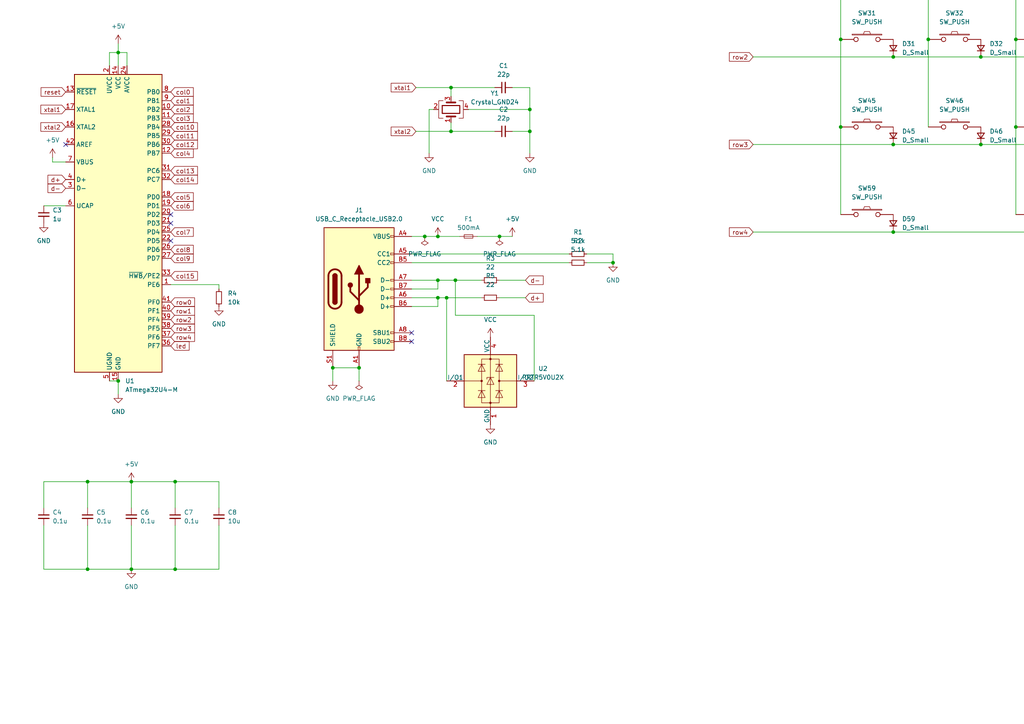
<source format=kicad_sch>
(kicad_sch (version 20211123) (generator eeschema)
  (paper "A4")
  (junction (at 548.64 36.83))
  (junction (at 497.84 -13.97))
  (junction (at 162.56 220.98))
  (junction (at 599.44 -13.97))
  (junction (at 177.8 76.2))
  (junction (at 259.08 16.51))
  (junction (at 502.92 198.12))
  (junction (at 162.56 388.62))
  (junction (at 548.64 11.43))
  (junction (at 162.56 414.02))
  (junction (at 513.08 -8.89))
  (junction (at 589.28 67.31))
  (junction (at 177.8 347.98))
  (junction (at 538.48 -8.89))
  (junction (at 269.24 -13.97))
  (junction (at 208.28 337.82))
  (junction (at 223.52 322.58))
  (junction (at 370.84 36.83))
  (junction (at 589.28 -8.89))
  (junction (at 193.04 424.18))
  (junction (at 132.08 363.22))
  (junction (at 162.56 337.82))
  (junction (at 360.68 -8.89))
  (junction (at 162.56 261.62))
  (junction (at 284.48 41.91))
  (junction (at 208.28 322.58))
  (junction (at 147.32 322.58))
  (junction (at 162.56 297.18))
  (junction (at 38.1 139.7))
  (junction (at 101.6 414.02))
  (junction (at 193.04 373.38))
  (junction (at 116.84 261.62))
  (junction (at 132.08 236.22))
  (junction (at 101.6 220.98))
  (junction (at 487.68 -8.89))
  (junction (at 624.84 -39.37))
  (junction (at 116.84 246.38))
  (junction (at 345.44 11.43))
  (junction (at 116.84 337.82))
  (junction (at 523.24 -13.97))
  (junction (at 132.08 297.18))
  (junction (at 574.04 -13.97))
  (junction (at 487.68 41.91))
  (junction (at 370.84 -39.37))
  (junction (at 147.32 287.02))
  (junction (at 162.56 373.38))
  (junction (at 116.84 373.38))
  (junction (at 38.1 165.1))
  (junction (at 116.84 398.78))
  (junction (at 144.8761 68.58))
  (junction (at 147.32 297.18))
  (junction (at 130.81 38.1))
  (junction (at 360.68 67.31))
  (junction (at 193.04 388.62))
  (junction (at 436.88 -8.89))
  (junction (at 34.29 15.24))
  (junction (at 132.08 439.42))
  (junction (at 127 86.36))
  (junction (at 309.88 -8.89))
  (junction (at 177.8 322.58))
  (junction (at 548.64 -39.37))
  (junction (at 538.48 41.91))
  (junction (at 132.08 388.62))
  (junction (at 116.84 312.42))
  (junction (at 132.08 246.38))
  (junction (at 538.48 16.51))
  (junction (at 177.8 388.62))
  (junction (at 614.68 67.31))
  (junction (at 284.48 -8.89))
  (junction (at 34.29 110.49))
  (junction (at 243.84 -39.37))
  (junction (at 386.08 -8.89))
  (junction (at 162.56 347.98))
  (junction (at 599.44 -39.37))
  (junction (at 132.08 337.82))
  (junction (at 101.6 337.82))
  (junction (at 50.8 139.7))
  (junction (at 309.88 41.91))
  (junction (at 421.64 -39.37))
  (junction (at 563.88 41.91))
  (junction (at 269.24 11.43))
  (junction (at 132.08 322.58))
  (junction (at 127 81.28))
  (junction (at 104.14 106.68))
  (junction (at 462.28 -8.89))
  (junction (at 589.28 41.91))
  (junction (at 132.08 398.78))
  (junction (at 472.44 -39.37))
  (junction (at 25.4 165.1))
  (junction (at 127 68.58))
  (junction (at 284.48 16.51))
  (junction (at 487.68 -34.29))
  (junction (at 132.08 81.28))
  (junction (at 153.67 38.1))
  (junction (at 116.84 388.62))
  (junction (at 436.88 -34.29))
  (junction (at 177.8 236.22))
  (junction (at 335.28 16.51))
  (junction (at 472.44 11.43))
  (junction (at 132.08 373.38))
  (junction (at 147.32 337.82))
  (junction (at 193.04 347.98))
  (junction (at 177.8 337.82))
  (junction (at 101.6 261.62))
  (junction (at 162.56 312.42))
  (junction (at 147.32 424.18))
  (junction (at 269.24 -39.37))
  (junction (at 386.08 16.51))
  (junction (at 335.28 -34.29))
  (junction (at 132.08 287.02))
  (junction (at 345.44 -13.97))
  (junction (at 193.04 236.22))
  (junction (at 147.32 363.22))
  (junction (at 116.84 414.02))
  (junction (at 147.32 398.78))
  (junction (at 147.32 236.22))
  (junction (at 614.68 -34.29))
  (junction (at 162.56 424.18))
  (junction (at 162.56 246.38))
  (junction (at 259.08 -8.89))
  (junction (at 320.04 -39.37))
  (junction (at 497.84 11.43))
  (junction (at 487.68 16.51))
  (junction (at 116.84 347.98))
  (junction (at 177.8 363.22))
  (junction (at 208.28 398.78))
  (junction (at 147.32 347.98))
  (junction (at 624.84 11.43))
  (junction (at 177.8 398.78))
  (junction (at 563.88 -8.89))
  (junction (at 96.52 106.68))
  (junction (at 177.8 220.98))
  (junction (at 162.56 322.58))
  (junction (at 132.08 271.78))
  (junction (at 345.44 36.83))
  (junction (at 309.88 67.31))
  (junction (at 132.08 312.42))
  (junction (at 447.04 -13.97))
  (junction (at 614.68 16.51))
  (junction (at 320.04 -13.97))
  (junction (at 116.84 236.22))
  (junction (at 177.8 297.18))
  (junction (at 177.8 373.38))
  (junction (at 132.08 261.62))
  (junction (at 284.48 -34.29))
  (junction (at 177.8 246.38))
  (junction (at 436.88 67.31))
  (junction (at 116.84 271.78))
  (junction (at 447.04 11.43))
  (junction (at 147.32 261.62))
  (junction (at 599.44 11.43))
  (junction (at 177.8 424.18))
  (junction (at 370.84 11.43))
  (junction (at 116.84 220.98))
  (junction (at 177.8 271.78))
  (junction (at 162.56 363.22))
  (junction (at 360.68 16.51))
  (junction (at 624.84 -13.97))
  (junction (at 436.88 16.51))
  (junction (at 101.6 363.22))
  (junction (at 132.08 347.98))
  (junction (at 130.81 25.4))
  (junction (at 101.6 287.02))
  (junction (at 132.08 414.02))
  (junction (at 421.64 -13.97))
  (junction (at 116.84 439.42))
  (junction (at 153.67 31.75))
  (junction (at 243.84 -13.97))
  (junction (at 523.24 11.43))
  (junction (at 335.28 -8.89))
  (junction (at 238.76 322.58))
  (junction (at 259.08 -34.29))
  (junction (at 294.64 -13.97))
  (junction (at 147.32 414.02))
  (junction (at 421.64 11.43))
  (junction (at 563.88 -34.29))
  (junction (at 193.04 363.22))
  (junction (at 223.52 337.82))
  (junction (at 320.04 11.43))
  (junction (at 513.08 -34.29))
  (junction (at 116.84 322.58))
  (junction (at 574.04 36.83))
  (junction (at 208.28 347.98))
  (junction (at 123.19 68.58))
  (junction (at 243.84 36.83))
  (junction (at 259.08 67.31))
  (junction (at 360.68 41.91))
  (junction (at 147.32 388.62))
  (junction (at 563.88 67.31))
  (junction (at 193.04 220.98))
  (junction (at 411.48 -34.29))
  (junction (at 147.32 373.38))
  (junction (at 513.08 41.91))
  (junction (at 462.28 41.91))
  (junction (at 386.08 41.91))
  (junction (at 421.64 36.83))
  (junction (at 162.56 236.22))
  (junction (at 129.54 86.36))
  (junction (at 472.44 36.83))
  (junction (at 147.32 312.42))
  (junction (at 447.04 -39.37))
  (junction (at 294.64 11.43))
  (junction (at 259.08 41.91))
  (junction (at 101.6 236.22))
  (junction (at 386.08 67.31))
  (junction (at 462.28 16.51))
  (junction (at 50.8 165.1))
  (junction (at 360.68 -34.29))
  (junction (at 497.84 -39.37))
  (junction (at 309.88 -34.29))
  (junction (at 25.4 139.7))
  (junction (at 386.08 -34.29))
  (junction (at 223.52 398.78))
  (junction (at 523.24 -39.37))
  (junction (at 294.64 36.83))
  (junction (at 177.8 414.02))
  (junction (at 193.04 322.58))
  (junction (at 147.32 439.42))
  (junction (at 101.6 388.62))
  (junction (at 162.56 439.42))
  (junction (at 147.32 220.98))
  (junction (at 513.08 16.51))
  (junction (at 116.84 297.18))
  (junction (at 116.84 287.02))
  (junction (at 294.64 -39.37))
  (junction (at 208.28 414.02))
  (junction (at 116.84 363.22))
  (junction (at 487.68 67.31))
  (junction (at 462.28 -34.29))
  (junction (at 177.8 439.42))
  (junction (at 116.84 424.18))
  (junction (at 309.88 16.51))
  (junction (at 345.44 -39.37))
  (junction (at 193.04 414.02))
  (junction (at 162.56 271.78))
  (junction (at 243.84 11.43))
  (junction (at 101.6 439.42))
  (junction (at 147.32 271.78))
  (junction (at 538.48 -34.29))
  (junction (at 548.64 -13.97))
  (junction (at 132.08 424.18))
  (junction (at 132.08 220.98))
  (junction (at 436.88 41.91))
  (junction (at 193.04 398.78))
  (junction (at 335.28 41.91))
  (junction (at 472.44 -13.97))
  (junction (at 193.04 337.82))
  (junction (at 162.56 287.02))
  (junction (at 599.44 36.83))
  (junction (at 208.28 373.38))
  (junction (at 614.68 -8.89))
  (junction (at 101.6 312.42))
  (junction (at 563.88 16.51))
  (junction (at 370.84 -13.97))
  (junction (at 162.56 398.78))
  (junction (at 147.32 246.38))
  (no_connect (at 19.05 41.91))
  (no_connect (at 119.38 96.52))
  (no_connect (at 119.38 99.06))
  (no_connect (at 200.66 431.8))
  (no_connect (at 49.53 69.85))
  (no_connect (at 49.53 64.77))
  (no_connect (at 49.53 62.23))
  (wire (pts (xy 294.64 -39.37) (xy 294.64 -13.97)))
  (wire (pts (xy 132.08 373.38) (xy 147.32 373.38)))
  (wire (pts (xy 130.81 38.1) (xy 143.51 38.1)))
  (wire (pts (xy 101.6 297.18) (xy 116.84 297.18)))
  (wire (pts (xy 144.78 81.28) (xy 152.4 81.28)))
  (wire (pts (xy 523.24 -13.97) (xy 523.24 11.43)))
  (wire (pts (xy 177.8 363.22) (xy 193.04 363.22)))
  (wire (pts (xy 563.88 -8.89) (xy 589.28 -8.89)))
  (wire (pts (xy 462.28 16.51) (xy 487.68 16.51)))
  (wire (pts (xy 177.8 373.38) (xy 193.04 373.38)))
  (wire (pts (xy 132.08 246.38) (xy 147.32 246.38)))
  (wire (pts (xy 259.08 -34.29) (xy 218.44 -34.29)))
  (wire (pts (xy 162.56 287.02) (xy 177.8 287.02)))
  (wire (pts (xy 132.08 297.18) (xy 147.32 297.18)))
  (wire (pts (xy 421.64 36.83) (xy 421.64 62.23)))
  (wire (pts (xy 162.56 363.22) (xy 177.8 363.22)))
  (wire (pts (xy 472.44 11.43) (xy 472.44 36.83)))
  (wire (pts (xy 116.84 287.02) (xy 132.08 287.02)))
  (wire (pts (xy 116.84 398.78) (xy 132.08 398.78)))
  (wire (pts (xy 436.88 -8.89) (xy 462.28 -8.89)))
  (wire (pts (xy 360.68 41.91) (xy 386.08 41.91)))
  (wire (pts (xy 294.64 -52.07) (xy 294.64 -39.37)))
  (wire (pts (xy 119.38 73.66) (xy 165.1 73.66)))
  (wire (pts (xy 116.84 246.38) (xy 132.08 246.38)))
  (wire (pts (xy 116.84 414.02) (xy 132.08 414.02)))
  (wire (pts (xy 193.04 347.98) (xy 208.28 347.98)))
  (wire (pts (xy 284.48 16.51) (xy 259.08 16.51)))
  (wire (pts (xy 154.94 91.44) (xy 154.94 110.49)))
  (wire (pts (xy 132.08 337.82) (xy 147.32 337.82)))
  (wire (pts (xy 177.8 347.98) (xy 193.04 347.98)))
  (wire (pts (xy 132.08 91.44) (xy 154.94 91.44)))
  (wire (pts (xy 63.5 82.55) (xy 63.5 83.82)))
  (wire (pts (xy 269.24 -52.07) (xy 269.24 -39.37)))
  (wire (pts (xy 88.9 317.5) (xy 88.9 330.2)))
  (wire (pts (xy 147.32 363.22) (xy 162.56 363.22)))
  (wire (pts (xy 147.32 398.78) (xy 162.56 398.78)))
  (wire (pts (xy 548.64 -39.37) (xy 548.64 -13.97)))
  (wire (pts (xy 101.6 337.82) (xy 116.84 337.82)))
  (wire (pts (xy 223.52 322.58) (xy 238.76 322.58)))
  (wire (pts (xy 101.6 414.02) (xy 116.84 414.02)))
  (wire (pts (xy 96.52 106.68) (xy 96.52 110.49)))
  (wire (pts (xy 162.56 398.78) (xy 177.8 398.78)))
  (wire (pts (xy 88.9 330.2) (xy 93.98 330.2)))
  (wire (pts (xy 132.08 322.58) (xy 147.32 322.58)))
  (wire (pts (xy 88.9 292.1) (xy 88.9 304.8)))
  (wire (pts (xy 574.04 36.83) (xy 574.04 62.23)))
  (wire (pts (xy 127 86.36) (xy 129.54 86.36)))
  (wire (pts (xy 487.68 41.91) (xy 513.08 41.91)))
  (wire (pts (xy 130.81 25.4) (xy 130.81 27.94)))
  (wire (pts (xy 269.24 -39.37) (xy 269.24 -13.97)))
  (wire (pts (xy 614.68 -8.89) (xy 640.08 -8.89)))
  (wire (pts (xy 548.64 11.43) (xy 548.64 36.83)))
  (wire (pts (xy 309.88 67.31) (xy 360.68 67.31)))
  (wire (pts (xy 132.08 398.78) (xy 147.32 398.78)))
  (wire (pts (xy 421.64 -52.07) (xy 421.64 -39.37)))
  (wire (pts (xy 386.08 -34.29) (xy 411.48 -34.29)))
  (wire (pts (xy 563.88 41.91) (xy 589.28 41.91)))
  (wire (pts (xy 215.9 355.6) (xy 215.9 368.3)))
  (wire (pts (xy 104.14 106.68) (xy 104.14 110.49)))
  (wire (pts (xy 345.44 -52.07) (xy 345.44 -39.37)))
  (wire (pts (xy 129.54 86.36) (xy 139.7 86.36)))
  (wire (pts (xy 31.75 15.24) (xy 34.29 15.24)))
  (wire (pts (xy 153.67 25.4) (xy 153.67 31.75)))
  (wire (pts (xy 243.84 -39.37) (xy 243.84 -13.97)))
  (wire (pts (xy 34.29 15.24) (xy 34.29 19.05)))
  (wire (pts (xy 12.7 59.69) (xy 19.05 59.69)))
  (wire (pts (xy 25.4 152.4) (xy 25.4 165.1)))
  (wire (pts (xy 170.18 76.2) (xy 177.8 76.2)))
  (wire (pts (xy 101.6 398.78) (xy 116.84 398.78)))
  (wire (pts (xy 497.84 -52.07) (xy 497.84 -39.37)))
  (wire (pts (xy 38.1 139.7) (xy 38.1 147.32)))
  (wire (pts (xy 370.84 -13.97) (xy 370.84 11.43)))
  (wire (pts (xy 309.88 41.91) (xy 284.48 41.91)))
  (wire (pts (xy 162.56 337.82) (xy 177.8 337.82)))
  (wire (pts (xy 259.08 67.31) (xy 309.88 67.31)))
  (wire (pts (xy 162.56 246.38) (xy 177.8 246.38)))
  (wire (pts (xy 127 88.9) (xy 119.38 88.9)))
  (wire (pts (xy 147.32 337.82) (xy 162.56 337.82)))
  (wire (pts (xy 599.44 11.43) (xy 599.44 36.83)))
  (wire (pts (xy 147.32 439.42) (xy 162.56 439.42)))
  (wire (pts (xy 162.56 347.98) (xy 177.8 347.98)))
  (wire (pts (xy 193.04 236.22) (xy 208.28 236.22)))
  (wire (pts (xy 215.9 393.7) (xy 88.9 393.7)))
  (wire (pts (xy 162.56 373.38) (xy 177.8 373.38)))
  (wire (pts (xy 147.32 236.22) (xy 162.56 236.22)))
  (wire (pts (xy 335.28 41.91) (xy 309.88 41.91)))
  (wire (pts (xy 370.84 -39.37) (xy 370.84 -13.97)))
  (wire (pts (xy 345.44 36.83) (xy 345.44 62.23)))
  (wire (pts (xy 513.08 41.91) (xy 538.48 41.91)))
  (wire (pts (xy 162.56 439.42) (xy 177.8 439.42)))
  (wire (pts (xy 185.42 279.4) (xy 185.42 292.1)))
  (wire (pts (xy 130.81 35.56) (xy 130.81 38.1)))
  (wire (pts (xy 447.04 -39.37) (xy 447.04 -13.97)))
  (wire (pts (xy 185.42 254) (xy 185.42 266.7)))
  (wire (pts (xy 360.68 -8.89) (xy 386.08 -8.89)))
  (wire (pts (xy 574.04 -52.07) (xy 574.04 -13.97)))
  (wire (pts (xy 208.28 322.58) (xy 223.52 322.58)))
  (wire (pts (xy 120.65 38.1) (xy 130.81 38.1)))
  (wire (pts (xy 309.88 16.51) (xy 335.28 16.51)))
  (wire (pts (xy 116.84 337.82) (xy 132.08 337.82)))
  (wire (pts (xy 96.52 106.68) (xy 104.14 106.68)))
  (wire (pts (xy 101.6 271.78) (xy 116.84 271.78)))
  (wire (pts (xy 259.08 -8.89) (xy 218.44 -8.89)))
  (wire (pts (xy 76.2 363.22) (xy 101.6 363.22)))
  (wire (pts (xy 563.88 -34.29) (xy 614.68 -34.29)))
  (wire (pts (xy 185.42 304.8) (xy 185.42 317.5)))
  (wire (pts (xy 50.8 152.4) (xy 50.8 165.1)))
  (wire (pts (xy 76.2 388.62) (xy 101.6 388.62)))
  (wire (pts (xy 599.44 -39.37) (xy 599.44 -13.97)))
  (wire (pts (xy 370.84 11.43) (xy 370.84 36.83)))
  (wire (pts (xy 284.48 -34.29) (xy 259.08 -34.29)))
  (wire (pts (xy 320.04 -13.97) (xy 320.04 11.43)))
  (wire (pts (xy 177.8 271.78) (xy 203.2 271.78)))
  (wire (pts (xy 116.84 347.98) (xy 132.08 347.98)))
  (wire (pts (xy 147.32 271.78) (xy 162.56 271.78)))
  (wire (pts (xy 624.84 -52.07) (xy 624.84 -39.37)))
  (wire (pts (xy 116.84 236.22) (xy 132.08 236.22)))
  (wire (pts (xy 320.04 11.43) (xy 320.04 36.83)))
  (wire (pts (xy 101.6 261.62) (xy 116.84 261.62)))
  (wire (pts (xy 614.68 67.31) (xy 640.08 67.31)))
  (wire (pts (xy 243.84 36.83) (xy 243.84 62.23)))
  (wire (pts (xy 185.42 266.7) (xy 88.9 266.7)))
  (wire (pts (xy 574.04 -13.97) (xy 574.04 36.83)))
  (wire (pts (xy 185.42 317.5) (xy 88.9 317.5)))
  (wire (pts (xy 120.65 25.4) (xy 130.81 25.4)))
  (wire (pts (xy 238.76 322.58) (xy 266.7 322.58)))
  (wire (pts (xy 185.42 292.1) (xy 88.9 292.1)))
  (wire (pts (xy 193.04 373.38) (xy 208.28 373.38)))
  (wire (pts (xy 320.04 -52.07) (xy 320.04 -39.37)))
  (wire (pts (xy 25.4 139.7) (xy 38.1 139.7)))
  (wire (pts (xy 193.04 220.98) (xy 208.28 220.98)))
  (wire (pts (xy 215.9 381) (xy 215.9 393.7)))
  (wire (pts (xy 101.6 347.98) (xy 116.84 347.98)))
  (wire (pts (xy 589.28 67.31) (xy 614.68 67.31)))
  (wire (pts (xy 116.84 439.42) (xy 132.08 439.42)))
  (wire (pts (xy 599.44 -13.97) (xy 599.44 11.43)))
  (wire (pts (xy 345.44 -13.97) (xy 345.44 11.43)))
  (wire (pts (xy 101.6 220.98) (xy 116.84 220.98)))
  (wire (pts (xy 462.28 -34.29) (xy 487.68 -34.29)))
  (wire (pts (xy 132.08 236.22) (xy 147.32 236.22)))
  (wire (pts (xy 88.9 355.6) (xy 93.98 355.6)))
  (wire (pts (xy 436.88 67.31) (xy 487.68 67.31)))
  (wire (pts (xy 386.08 16.51) (xy 436.88 16.51)))
  (wire (pts (xy 63.5 165.1) (xy 63.5 152.4)))
  (wire (pts (xy 101.6 246.38) (xy 116.84 246.38)))
  (wire (pts (xy 243.84 -13.97) (xy 243.84 11.43)))
  (wire (pts (xy 147.32 246.38) (xy 162.56 246.38)))
  (wire (pts (xy 76.2 414.02) (xy 101.6 414.02)))
  (wire (pts (xy 101.6 312.42) (xy 116.84 312.42)))
  (wire (pts (xy 116.84 220.98) (xy 132.08 220.98)))
  (wire (pts (xy 487.68 -34.29) (xy 513.08 -34.29)))
  (wire (pts (xy 88.9 342.9) (xy 88.9 355.6)))
  (wire (pts (xy 34.29 12.7) (xy 34.29 15.24)))
  (wire (pts (xy 76.2 287.02) (xy 101.6 287.02)))
  (wire (pts (xy 502.92 198.12) (xy 502.92 210.82)))
  (wire (pts (xy 193.04 337.82) (xy 208.28 337.82)))
  (wire (pts (xy 76.2 337.82) (xy 101.6 337.82)))
  (wire (pts (xy 497.84 11.43) (xy 497.84 36.83)))
  (wire (pts (xy 472.44 36.83) (xy 472.44 62.23)))
  (wire (pts (xy 36.83 19.05) (xy 36.83 15.24)))
  (wire (pts (xy 523.24 -39.37) (xy 523.24 -13.97)))
  (wire (pts (xy 497.84 -39.37) (xy 497.84 -13.97)))
  (wire (pts (xy 132.08 439.42) (xy 147.32 439.42)))
  (wire (pts (xy 335.28 41.91) (xy 360.68 41.91)))
  (wire (pts (xy 309.88 16.51) (xy 284.48 16.51)))
  (wire (pts (xy 38.1 139.7) (xy 50.8 139.7)))
  (wire (pts (xy 116.84 261.62) (xy 132.08 261.62)))
  (wire (pts (xy 345.44 -39.37) (xy 345.44 -13.97)))
  (wire (pts (xy 38.1 165.1) (xy 50.8 165.1)))
  (wire (pts (xy 538.48 41.91) (xy 563.88 41.91)))
  (wire (pts (xy 246.38 330.2) (xy 246.38 342.9)))
  (wire (pts (xy 370.84 36.83) (xy 370.84 62.23)))
  (wire (pts (xy 487.68 67.31) (xy 563.88 67.31)))
  (wire (pts (xy 127 86.36) (xy 127 88.9)))
  (wire (pts (xy 116.84 297.18) (xy 132.08 297.18)))
  (wire (pts (xy 116.84 424.18) (xy 132.08 424.18)))
  (wire (pts (xy 177.8 388.62) (xy 193.04 388.62)))
  (wire (pts (xy 177.8 439.42) (xy 193.04 439.42)))
  (wire (pts (xy 548.64 36.83) (xy 548.64 62.23)))
  (wire (pts (xy 269.24 11.43) (xy 269.24 36.83)))
  (wire (pts (xy 147.32 424.18) (xy 162.56 424.18)))
  (wire (pts (xy 436.88 41.91) (xy 462.28 41.91)))
  (wire (pts (xy 208.28 414.02) (xy 223.52 414.02)))
  (wire (pts (xy 497.84 -13.97) (xy 497.84 11.43)))
  (wire (pts (xy 88.9 381) (xy 93.98 381)))
  (wire (pts (xy 345.44 11.43) (xy 345.44 36.83)))
  (wire (pts (xy 88.9 393.7) (xy 88.9 406.4)))
  (wire (pts (xy 231.14 406.4) (xy 231.14 419.1)))
  (wire (pts (xy 243.84 11.43) (xy 243.84 36.83)))
  (wire (pts (xy 147.32 414.02) (xy 162.56 414.02)))
  (wire (pts (xy 123.19 68.58) (xy 127 68.58)))
  (wire (pts (xy 132.08 261.62) (xy 147.32 261.62)))
  (wire (pts (xy 624.84 -39.37) (xy 624.84 -13.97)))
  (wire (pts (xy 132.08 424.18) (xy 147.32 424.18)))
  (wire (pts (xy 421.64 -13.97) (xy 421.64 11.43)))
  (wire (pts (xy 153.67 38.1) (xy 153.67 44.45)))
  (wire (pts (xy 193.04 398.78) (xy 208.28 398.78)))
  (wire (pts (xy 162.56 414.02) (xy 177.8 414.02)))
  (wire (pts (xy 614.68 16.51) (xy 640.08 16.51)))
  (wire (pts (xy 162.56 388.62) (xy 177.8 388.62)))
  (wire (pts (xy 49.53 82.55) (xy 63.5 82.55)))
  (wire (pts (xy 162.56 261.62) (xy 177.8 261.62)))
  (wire (pts (xy 624.84 -13.97) (xy 624.84 11.43)))
  (wire (pts (xy 170.18 73.66) (xy 177.8 73.66)))
  (wire (pts (xy 215.9 228.6) (xy 215.9 241.3)))
  (wire (pts (xy 472.44 -52.07) (xy 472.44 -39.37)))
  (wire (pts (xy 208.28 398.78) (xy 223.52 398.78)))
  (wire (pts (xy 513.08 -34.29) (xy 538.48 -34.29)))
  (wire (pts (xy 50.8 165.1) (xy 63.5 165.1)))
  (wire (pts (xy 624.84 11.43) (xy 624.84 62.23)))
  (wire (pts (xy 548.64 -52.07) (xy 548.64 -39.37)))
  (wire (pts (xy 147.32 220.98) (xy 162.56 220.98)))
  (wire (pts (xy 15.24 46.99) (xy 19.05 46.99)))
  (wire (pts (xy 147.32 322.58) (xy 162.56 322.58)))
  (wire (pts (xy 177.8 73.66) (xy 177.8 76.2)))
  (wire (pts (xy 193.04 388.62) (xy 208.28 388.62)))
  (wire (pts (xy 91.44 220.98) (xy 101.6 220.98)))
  (wire (pts (xy 138.43 68.58) (xy 144.8761 68.58)))
  (wire (pts (xy 599.44 36.83) (xy 599.44 62.23)))
  (wire (pts (xy 447.04 -52.07) (xy 447.04 -39.37)))
  (wire (pts (xy 436.88 -34.29) (xy 411.48 -34.29)))
  (wire (pts (xy 132.08 363.22) (xy 147.32 363.22)))
  (wire (pts (xy 523.24 -52.07) (xy 523.24 -39.37)))
  (wire (pts (xy 12.7 147.32) (xy 12.7 139.7)))
  (wire (pts (xy 360.68 67.31) (xy 386.08 67.31)))
  (wire (pts (xy 132.08 414.02) (xy 147.32 414.02)))
  (wire (pts (xy 119.38 68.58) (xy 123.19 68.58)))
  (wire (pts (xy 421.64 -39.37) (xy 421.64 -13.97)))
  (wire (pts (xy 487.68 -8.89) (xy 513.08 -8.89)))
  (wire (pts (xy 513.08 -8.89) (xy 538.48 -8.89)))
  (wire (pts (xy 101.6 322.58) (xy 116.84 322.58)))
  (wire (pts (xy 88.9 419.1) (xy 88.9 431.8)))
  (wire (pts (xy 320.04 -39.37) (xy 320.04 -13.97)))
  (wire (pts (xy 127 68.58) (xy 133.35 68.58)))
  (wire (pts (xy 335.28 -34.29) (xy 360.68 -34.29)))
  (wire (pts (xy 132.08 347.98) (xy 147.32 347.98)))
  (wire (pts (xy 116.84 312.42) (xy 132.08 312.42)))
  (wire (pts (xy 119.38 81.28) (xy 127 81.28)))
  (wire (pts (xy 147.32 297.18) (xy 162.56 297.18)))
  (wire (pts (xy 162.56 322.58) (xy 177.8 322.58)))
  (wire (pts (xy 88.9 266.7) (xy 88.9 279.4)))
  (wire (pts (xy 589.28 -8.89) (xy 614.68 -8.89)))
  (wire (pts (xy 63.5 139.7) (xy 63.5 147.32)))
  (wire (pts (xy 88.9 254) (xy 93.98 254)))
  (wire (pts (xy 147.32 347.98) (xy 162.56 347.98)))
  (wire (pts (xy 284.48 -8.89) (xy 259.08 -8.89)))
  (wire (pts (xy 15.24 45.72) (xy 15.24 46.99)))
  (wire (pts (xy 147.32 388.62) (xy 162.56 388.62)))
  (wire (pts (xy 335.28 -8.89) (xy 309.88 -8.89)))
  (wire (pts (xy 153.67 38.1) (xy 148.59 38.1)))
  (wire (pts (xy 144.78 86.36) (xy 152.4 86.36)))
  (wire (pts (xy 147.32 312.42) (xy 162.56 312.42)))
  (wire (pts (xy 25.4 165.1) (xy 38.1 165.1)))
  (wire (pts (xy 101.6 287.02) (xy 116.84 287.02)))
  (wire (pts (xy 144.8761 68.58) (xy 148.59 68.58)))
  (wire (pts (xy 259.08 67.31) (xy 218.44 67.31)))
  (wire (pts (xy 294.64 36.83) (xy 294.64 62.23)))
  (wire (pts (xy 116.84 322.58) (xy 132.08 322.58)))
  (wire (pts (xy 177.8 424.18) (xy 193.04 424.18)))
  (wire (pts (xy 589.28 41.91) (xy 614.68 41.91)))
  (wire (pts (xy 523.24 11.43) (xy 523.24 36.83)))
  (wire (pts (xy 223.52 337.82) (xy 238.76 337.82)))
  (wire (pts (xy 38.1 152.4) (xy 38.1 165.1)))
  (wire (pts (xy 177.8 236.22) (xy 193.04 236.22)))
  (wire (pts (xy 50.8 139.7) (xy 63.5 139.7)))
  (wire (pts (xy 421.64 11.43) (xy 421.64 36.83)))
  (wire (pts (xy 436.88 16.51) (xy 462.28 16.51)))
  (wire (pts (xy 177.8 246.38) (xy 201.93 246.38)))
  (wire (pts (xy 243.84 -52.07) (xy 243.84 -39.37)))
  (wire (pts (xy 502.92 198.12) (xy 505.46 198.12)))
  (wire (pts (xy 116.84 271.78) (xy 132.08 271.78)))
  (wire (pts (xy 231.14 419.1) (xy 88.9 419.1)))
  (wire (pts (xy 386.08 67.31) (xy 436.88 67.31)))
  (wire (pts (xy 147.32 261.62) (xy 162.56 261.62)))
  (wire (pts (xy 436.88 -34.29) (xy 462.28 -34.29)))
  (wire (pts (xy 12.7 165.1) (xy 25.4 165.1)))
  (wire (pts (xy 101.6 439.42) (xy 116.84 439.42)))
  (wire (pts (xy 101.6 236.22) (xy 116.84 236.22)))
  (wire (pts (xy 25.4 139.7) (xy 25.4 147.32)))
  (wire (pts (xy 294.64 11.43) (xy 294.64 36.83)))
  (wire (pts (xy 538.48 -34.29) (xy 563.88 -34.29)))
  (wire (pts (xy 101.6 363.22) (xy 116.84 363.22)))
  (wire (pts (xy 177.8 322.58) (xy 193.04 322.58)))
  (wire (pts (xy 447.04 11.43) (xy 447.04 36.83)))
  (wire (pts (xy 162.56 271.78) (xy 177.8 271.78)))
  (wire (pts (xy 88.9 228.6) (xy 93.98 228.6)))
  (wire (pts (xy 124.46 31.75) (xy 124.46 44.45)))
  (wire (pts (xy 309.88 -8.89) (xy 284.48 -8.89)))
  (wire (pts (xy 116.84 373.38) (xy 132.08 373.38)))
  (wire (pts (xy 177.8 220.98) (xy 193.04 220.98)))
  (wire (pts (xy 599.44 -52.07) (xy 599.44 -39.37)))
  (wire (pts (xy 335.28 -34.29) (xy 309.88 -34.29)))
  (wire (pts (xy 563.88 67.31) (xy 589.28 67.31)))
  (wire (pts (xy 177.8 337.82) (xy 193.04 337.82)))
  (wire (pts (xy 132.08 287.02) (xy 147.32 287.02)))
  (wire (pts (xy 101.6 388.62) (xy 116.84 388.62)))
  (wire (pts (xy 223.52 398.78) (xy 266.7 398.78)))
  (wire (pts (xy 153.67 31.75) (xy 153.67 38.1)))
  (wire (pts (xy 487.68 16.51) (xy 513.08 16.51)))
  (wire (pts (xy 510.54 198.12) (xy 513.08 198.12)))
  (wire (pts (xy 259.08 41.91) (xy 218.44 41.91)))
  (wire (pts (xy 215.9 241.3) (xy 88.9 241.3)))
  (wire (pts (xy 88.9 406.4) (xy 93.98 406.4)))
  (wire (pts (xy 88.9 241.3) (xy 88.9 254)))
  (wire (pts (xy 50.8 139.7) (xy 50.8 147.32)))
  (wire (pts (xy 162.56 424.18) (xy 177.8 424.18)))
  (wire (pts (xy 538.48 16.51) (xy 563.88 16.51)))
  (wire (pts (xy 538.48 -8.89) (xy 563.88 -8.89)))
  (wire (pts (xy 360.68 16.51) (xy 386.08 16.51)))
  (wire (pts (xy 88.9 431.8) (xy 93.98 431.8)))
  (wire (pts (xy 500.38 198.12) (xy 502.92 198.12)))
  (wire (pts (xy 208.28 373.38) (xy 266.7 373.38)))
  (wire (pts (xy 309.88 -34.29) (xy 284.48 -34.29)))
  (wire (pts (xy 335.28 -8.89) (xy 360.68 -8.89)))
  (wire (pts (xy 396.24 -52.07) (xy 396.24 -39.37)))
  (wire (pts (xy 177.8 414.02) (xy 193.04 414.02)))
  (wire (pts (xy 31.75 19.05) (xy 31.75 15.24)))
  (wire (pts (xy 132.08 81.28) (xy 139.7 81.28)))
  (wire (pts (xy 162.56 220.98) (xy 177.8 220.98)))
  (wire (pts (xy 132.08 81.28) (xy 132.08 91.44)))
  (wire (pts (xy 132.08 388.62) (xy 147.32 388.62)))
  (wire (pts (xy 91.44 236.22) (xy 101.6 236.22)))
  (wire (pts (xy 548.64 -13.97) (xy 548.64 11.43)))
  (wire (pts (xy 147.32 373.38) (xy 162.56 373.38)))
  (wire (pts (xy 193.04 414.02) (xy 208.28 414.02)))
  (wire (pts (xy 135.89 31.75) (xy 153.67 31.75)))
  (wire (pts (xy 88.9 279.4) (xy 93.98 279.4)))
  (wire (pts (xy 193.04 322.58) (xy 208.28 322.58)))
  (wire (pts (xy 177.8 297.18) (xy 203.2 297.18)))
  (wire (pts (xy 284.48 41.91) (xy 259.08 41.91)))
  (wire (pts (xy 614.68 -34.29) (xy 640.08 -34.29)))
  (wire (pts (xy 129.54 86.36) (xy 129.54 110.49)))
  (wire (pts (xy 101.6 373.38) (xy 116.84 373.38)))
  (wire (pts (xy 162.56 312.42) (xy 177.8 312.42)))
  (wire (pts (xy 208.28 337.82) (xy 223.52 337.82)))
  (wire (pts (xy 386.08 -8.89) (xy 436.88 -8.89)))
  (wire (pts (xy 162.56 297.18) (xy 177.8 297.18)))
  (wire (pts (xy 88.9 304.8) (xy 93.98 304.8)))
  (wire (pts (xy 132.08 271.78) (xy 147.32 271.78)))
  (wire (pts (xy 513.08 16.51) (xy 538.48 16.51)))
  (wire (pts (xy 76.2 261.62) (xy 101.6 261.62)))
  (wire (pts (xy 148.59 25.4) (xy 153.67 25.4)))
  (wire (pts (xy 335.28 16.51) (xy 360.68 16.51)))
  (wire (pts (xy 119.38 76.2) (xy 165.1 76.2)))
  (wire (pts (xy 101.6 424.18) (xy 116.84 424.18)))
  (wire (pts (xy 34.29 110.49) (xy 34.29 114.3)))
  (wire (pts (xy 12.7 152.4) (xy 12.7 165.1)))
  (wire (pts (xy 259.08 16.51) (xy 218.44 16.51)))
  (wire (pts (xy 269.24 -13.97) (xy 269.24 11.43)))
  (wire (pts (xy 127 83.82) (xy 119.38 83.82)))
  (wire (pts (xy 31.75 110.49) (xy 34.29 110.49)))
  (wire (pts (xy 462.28 41.91) (xy 487.68 41.91)))
  (wire (pts (xy 119.38 86.36) (xy 127 86.36)))
  (wire (pts (xy 116.84 363.22) (xy 132.08 363.22)))
  (wire (pts (xy 125.73 31.75) (xy 124.46 31.75)))
  (wire (pts (xy 208.28 347.98) (xy 266.7 347.98)))
  (wire (pts (xy 472.44 -39.37) (xy 472.44 -13.97)))
  (wire (pts (xy 130.81 25.4) (xy 143.51 25.4)))
  (wire (pts (xy 147.32 287.02) (xy 162.56 287.02)))
  (wire (pts (xy 76.2 439.42) (xy 101.6 439.42)))
  (wire (pts (xy 518.16 210.82) (xy 525.78 210.82)))
  (wire (pts (xy 215.9 368.3) (xy 88.9 368.3)))
  (wire (pts (xy 116.84 388.62) (xy 132.08 388.62)))
  (wire (pts (xy 132.08 312.42) (xy 147.32 312.42)))
  (wire (pts (xy 563.88 16.51) (xy 614.68 16.51)))
  (wire (pts (xy 88.9 368.3) (xy 88.9 381)))
  (wire (pts (xy 177.8 398.78) (xy 193.04 398.78)))
  (wire (pts (xy 162.56 236.22) (xy 177.8 236.22)))
  (wire (pts (xy 193.04 363.22) (xy 208.28 363.22)))
  (wire (pts (xy 462.28 -8.89) (xy 487.68 -8.89)))
  (wire (pts (xy 76.2 312.42) (xy 101.6 312.42)))
  (wire (pts (xy 472.44 -13.97) (xy 472.44 11.43)))
  (wire (pts (xy 127 81.28) (xy 127 83.82)))
  (wire (pts (xy 127 81.28) (xy 132.08 81.28)))
  (wire (pts (xy 386.08 41.91) (xy 436.88 41.91)))
  (wire (pts (xy 12.7 139.7) (xy 25.4 139.7)))
  (wire (pts (xy 370.84 -52.07) (xy 370.84 -39.37)))
  (wire (pts (xy 193.04 424.18) (xy 266.7 424.18)))
  (wire (pts (xy 294.64 -13.97) (xy 294.64 11.43)))
  (wire (pts (xy 360.68 -34.29) (xy 386.08 -34.29)))
  (wire (pts (xy 246.38 342.9) (xy 88.9 342.9)))
  (wire (pts (xy 447.04 -13.97) (xy 447.04 11.43)))
  (wire (pts (xy 36.83 15.24) (xy 34.29 15.24)))
  (wire (pts (xy 132.08 220.98) (xy 147.32 220.98)))
  (global_label "col8" (shape input) (at 447.04 -52.07 90) (property "Intersheet References" "${INTERSHEET_REFS}" (effects hide)))
  (global_label "d+" (shape input) (at 19.05 52.07 180) (property "Intersheet References" "${INTERSHEET_REFS}" (effects hide)))
  (global_label "col4" (shape input) (at 345.44 -52.07 90) (property "Intersheet References" "${INTERSHEET_REFS}" (effects hide)))
  (global_label "col13" (shape input) (at 574.04 -52.07 90) (property "Intersheet References" "${INTERSHEET_REFS}" (effects hide)))
  (global_label "row1" (shape input) (at 218.44 -8.89 180) (property "Intersheet References" "${INTERSHEET_REFS}" (effects hide)))
  (global_label "col10" (shape input) (at 49.53 36.83 0) (property "Intersheet References" "${INTERSHEET_REFS}" (effects hide)))
  (global_label "col1" (shape input) (at 49.53 29.21 0) (property "Intersheet References" "${INTERSHEET_REFS}" (effects hide)))
  (global_label "row0" (shape input) (at 49.53 87.63 0) (property "Intersheet References" "${INTERSHEET_REFS}" (effects hide)))
  (global_label "col9" (shape input) (at 472.44 -52.07 90) (property "Intersheet References" "${INTERSHEET_REFS}" (effects hide)))
  (global_label "col11" (shape input) (at 523.24 -52.07 90) (property "Intersheet References" "${INTERSHEET_REFS}" (effects hide)))
  (global_label "led" (shape input) (at 88.9 228.6 180) (property "Intersheet References" "${INTERSHEET_REFS}" (effects hide)))
  (global_label "col0" (shape input) (at 243.84 -52.07 90) (property "Intersheet References" "${INTERSHEET_REFS}" (effects hide)))
  (global_label "row2" (shape input) (at 218.44 16.51 180) (property "Intersheet References" "${INTERSHEET_REFS}" (effects hide)))
  (global_label "col14" (shape input) (at 599.44 -52.07 90) (property "Intersheet References" "${INTERSHEET_REFS}" (effects hide)))
  (global_label "col12" (shape input) (at 548.64 -52.07 90) (property "Intersheet References" "${INTERSHEET_REFS}" (effects hide)))
  (global_label "d-" (shape input) (at 152.4 81.28 0) (property "Intersheet References" "${INTERSHEET_REFS}" (effects hide)))
  (global_label "d-" (shape input) (at 19.05 54.61 180) (property "Intersheet References" "${INTERSHEET_REFS}" (effects hide)))
  (global_label "col13" (shape input) (at 49.53 49.53 0) (property "Intersheet References" "${INTERSHEET_REFS}" (effects hide)))
  (global_label "reset" (shape input) (at 500.38 198.12 180) (property "Intersheet References" "${INTERSHEET_REFS}" (effects hide)))
  (global_label "col14" (shape input) (at 49.53 52.07 0) (property "Intersheet References" "${INTERSHEET_REFS}" (effects hide)))
  (global_label "col3" (shape input) (at 320.04 -52.07 90) (property "Intersheet References" "${INTERSHEET_REFS}" (effects hide)))
  (global_label "col11" (shape input) (at 49.53 39.37 0) (property "Intersheet References" "${INTERSHEET_REFS}" (effects hide)))
  (global_label "row1" (shape input) (at 49.53 90.17 0) (property "Intersheet References" "${INTERSHEET_REFS}" (effects hide)))
  (global_label "col6" (shape input) (at 396.24 -52.07 90) (property "Intersheet References" "${INTERSHEET_REFS}" (effects hide)))
  (global_label "col8" (shape input) (at 49.53 72.39 0) (property "Intersheet References" "${INTERSHEET_REFS}" (effects hide)))
  (global_label "col5" (shape input) (at 370.84 -52.07 90) (property "Intersheet References" "${INTERSHEET_REFS}" (effects hide)))
  (global_label "xtal2" (shape input) (at 120.65 38.1 180) (property "Intersheet References" "${INTERSHEET_REFS}" (effects hide)))
  (global_label "row4" (shape input) (at 49.53 97.79 0) (property "Intersheet References" "${INTERSHEET_REFS}" (effects hide)))
  (global_label "col7" (shape input) (at 421.64 -52.07 90) (property "Intersheet References" "${INTERSHEET_REFS}" (effects hide)))
  (global_label "col10" (shape input) (at 497.84 -52.07 90) (property "Intersheet References" "${INTERSHEET_REFS}" (effects hide)))
  (global_label "col2" (shape input) (at 49.53 31.75 0) (property "Intersheet References" "${INTERSHEET_REFS}" (effects hide)))
  (global_label "col15" (shape input) (at 624.84 -52.07 90) (property "Intersheet References" "${INTERSHEET_REFS}" (effects hide)))
  (global_label "col4" (shape input) (at 49.53 44.45 0) (property "Intersheet References" "${INTERSHEET_REFS}" (effects hide)))
  (global_label "col3" (shape input) (at 49.53 34.29 0) (property "Intersheet References" "${INTERSHEET_REFS}" (effects hide)))
  (global_label "row2" (shape input) (at 49.53 92.71 0) (property "Intersheet References" "${INTERSHEET_REFS}" (effects hide)))
  (global_label "row4" (shape input) (at 218.44 67.31 180) (property "Intersheet References" "${INTERSHEET_REFS}" (effects hide)))
  (global_label "row0" (shape input) (at 218.44 -34.29 180) (property "Intersheet References" "${INTERSHEET_REFS}" (effects hide)))
  (global_label "col15" (shape input) (at 49.53 80.01 0) (property "Intersheet References" "${INTERSHEET_REFS}" (effects hide)))
  (global_label "row3" (shape input) (at 218.44 41.91 180) (property "Intersheet References" "${INTERSHEET_REFS}" (effects hide)))
  (global_label "reset" (shape input) (at 19.05 26.67 180) (property "Intersheet References" "${INTERSHEET_REFS}" (effects hide)))
  (global_label "col1" (shape input) (at 269.24 -52.07 90) (property "Intersheet References" "${INTERSHEET_REFS}" (effects hide)))
  (global_label "row3" (shape input) (at 49.53 95.25 0) (property "Intersheet References" "${INTERSHEET_REFS}" (effects hide)))
  (global_label "led" (shape input) (at 49.53 100.33 0) (property "Intersheet References" "${INTERSHEET_REFS}" (effects hide)))
  (global_label "d+" (shape input) (at 152.4 86.36 0) (property "Intersheet References" "${INTERSHEET_REFS}" (effects hide)))
  (global_label "xtal1" (shape input) (at 19.05 31.75 180) (property "Intersheet References" "${INTERSHEET_REFS}" (effects hide)))
  (global_label "col12" (shape input) (at 49.53 41.91 0) (property "Intersheet References" "${INTERSHEET_REFS}" (effects hide)))
  (global_label "xtal1" (shape input) (at 120.65 25.4 180) (property "Intersheet References" "${INTERSHEET_REFS}" (effects hide)))
  (global_label "col5" (shape input) (at 49.53 57.15 0) (property "Intersheet References" "${INTERSHEET_REFS}" (effects hide)))
  (global_label "col2" (shape input) (at 294.64 -52.07 90) (property "Intersheet References" "${INTERSHEET_REFS}" (effects hide)))
  (global_label "col6" (shape input) (at 49.53 59.69 0) (property "Intersheet References" "${INTERSHEET_REFS}" (effects hide)))
  (global_label "col9" (shape input) (at 49.53 74.93 0) (property "Intersheet References" "${INTERSHEET_REFS}" (effects hide)))
  (global_label "col0" (shape input) (at 49.53 26.67 0) (property "Intersheet References" "${INTERSHEET_REFS}" (effects hide)))
  (global_label "xtal2" (shape input) (at 19.05 36.83 180) (property "Intersheet References" "${INTERSHEET_REFS}" (effects hide)))
  (global_label "col7" (shape input) (at 49.53 67.31 0) (property "Intersheet References" "${INTERSHEET_REFS}" (effects hide)))
  (symbol (lib_id "Device:D_Small") (at 411.48 -36.83 90) (unit 1)
    (property "Reference" "D7" (at 414.02 -38.1001 90) (effects (justify right)))
    (property "Value" "D_Small" (at 414.02 -35.5601 90) (effects (justify right)))
    (property "Footprint" "Diode_SMD:D_SOD-123" (effects hide))
    (property "LCSC" "C81598" (effects hide))
  )
  (symbol (lib_id "power:+5V") (at 266.7 424.18 0) (unit 1)
    (property "Reference" "#PWR0110" (effects hide))
    (property "Value" "+5V" (at 266.7 419.1 0))
  )
  (symbol (lib_id "Device:D_Small") (at 487.68 -36.83 90) (unit 1)
    (property "Reference" "D10" (at 490.22 -38.1001 90) (effects (justify right)))
    (property "Value" "D_Small" (at 490.22 -35.5601 90) (effects (justify right)))
    (property "Footprint" "Diode_SMD:D_SOD-123" (effects hide))
    (property "LCSC" "C81598" (effects hide))
  )
  (symbol (lib_id "kbd:SW_PUSH") (at 480.06 62.23 0) (unit 1)
    (property "Reference" "SW64" (at 480.06 54.61 0))
    (property "Value" "SW_PUSH" (at 480.06 57.15 0))
    (property "Footprint" "MX_Only:MXOnly-1.5U-Hotswap" (effects hide))
    (property "LCSC" " C2803348 " (effects hide))
  )
  (symbol (lib_id "kbd:SW_PUSH") (at 429.26 -39.37 0) (unit 1)
    (property "Reference" "SW8" (at 429.26 -46.99 0))
    (property "Value" "SW_PUSH" (at 429.26 -44.45 0))
    (property "Footprint" "MX_Only:MXOnly-1U-Hotswap" (effects hide))
    (property "LCSC" " C2803348 " (effects hide))
  )
  (symbol (lib_id "kbd:YS-SK6812MINI-E") (at 147.32 406.4 0) (unit 1)
    (property "Reference" "LED27" (at 158.75 403.1856 0) (effects (font (size 0.7366 0.7366))))
    (property "Value" "YS-SK6812MINI-E" (at 158.75 405.7256 0) (effects (font (size 0.7366 0.7366))))
    (property "Footprint" "Custom:YS-SK6812MINI-E" (effects hide))
  )
  (symbol (lib_id "Device:D_Small") (at 640.08 -36.83 90) (unit 1)
    (property "Reference" "D15" (at 642.62 -38.1001 90) (effects (justify right)))
    (property "Value" "D_Small" (at 642.62 -35.5601 90) (effects (justify right)))
    (property "Footprint" "Diode_SMD:D_SOD-123" (effects hide))
    (property "LCSC" "C81598" (effects hide))
  )
  (symbol (lib_id "power:+5V") (at 266.7 373.38 0) (unit 1)
    (property "Reference" "#PWR0113" (effects hide))
    (property "Value" "+5V" (at 266.7 368.3 0))
  )
  (symbol (lib_id "Device:D_Small") (at 360.68 39.37 90) (unit 1)
    (property "Reference" "D49" (at 363.22 38.0999 90) (effects (justify right)))
    (property "Value" "D_Small" (at 363.22 40.6399 90) (effects (justify right)))
    (property "Footprint" "Diode_SMD:D_SOD-123" (effects hide))
    (property "LCSC" "C81598" (effects hide))
  )
  (symbol (lib_id "Device:D_Small") (at 436.88 -36.83 90) (unit 1)
    (property "Reference" "D8" (at 439.42 -38.1001 90) (effects (justify right)))
    (property "Value" "D_Small" (at 439.42 -35.5601 90) (effects (justify right)))
    (property "Footprint" "Diode_SMD:D_SOD-123" (effects hide))
    (property "LCSC" "C81598" (effects hide))
  )
  (symbol (lib_id "kbd:YS-SK6812MINI-E") (at 193.04 381 0) (unit 1)
    (property "Reference" "LED43" (at 204.47 377.7856 0) (effects (font (size 0.7366 0.7366))))
    (property "Value" "YS-SK6812MINI-E" (at 204.47 380.3256 0) (effects (font (size 0.7366 0.7366))))
    (property "Footprint" "Custom:YS-SK6812MINI-E" (effects hide))
  )
  (symbol (lib_id "kbd:SW_PUSH") (at 251.46 -39.37 0) (unit 1)
    (property "Reference" "SW1" (at 251.46 -46.99 0))
    (property "Value" "SW_PUSH" (at 251.46 -44.45 0))
    (property "Footprint" "MX_Only:MXOnly-1U-Hotswap" (effects hide))
    (property "LCSC" " C2803348 " (effects hide))
  )
  (symbol (lib_id "kbd:YS-SK6812MINI-E") (at 132.08 228.6 0) (unit 1)
    (property "Reference" "LED3" (at 143.51 225.3856 0) (effects (font (size 0.7366 0.7366))))
    (property "Value" "YS-SK6812MINI-E" (at 143.51 227.9256 0) (effects (font (size 0.7366 0.7366))))
    (property "Footprint" "Custom:YS-SK6812MINI-E" (effects hide))
  )
  (symbol (lib_id "kbd:YS-SK6812MINI-E") (at 177.8 228.6 0) (unit 1)
    (property "Reference" "LED6" (at 189.23 225.3856 0) (effects (font (size 0.7366 0.7366))))
    (property "Value" "YS-SK6812MINI-E" (at 189.23 227.9256 0) (effects (font (size 0.7366 0.7366))))
    (property "Footprint" "Custom:YS-SK6812MINI-E" (effects hide))
  )
  (symbol (lib_id "power:PWR_FLAG") (at 144.8761 68.58 180) (unit 1)
    (property "Reference" "#FLG02" (effects hide))
    (property "Value" "PWR_FLAG" (at 144.8761 73.66 0))
  )
  (symbol (lib_id "Device:D_Small") (at 436.88 -11.43 90) (unit 1)
    (property "Reference" "D22" (at 439.42 -12.7001 90) (effects (justify right)))
    (property "Value" "D_Small" (at 439.42 -10.1601 90) (effects (justify right)))
    (property "Footprint" "Diode_SMD:D_SOD-123" (effects hide))
    (property "LCSC" "C81598" (effects hide))
  )
  (symbol (lib_id "kbd:SW_PUSH") (at 251.46 11.43 0) (unit 1)
    (property "Reference" "SW31" (at 251.46 3.81 0))
    (property "Value" "SW_PUSH" (at 251.46 6.35 0))
    (property "Footprint" "MX_Only:MXOnly-1.75U-Hotswap" (effects hide))
    (property "LCSC" " C2803348 " (effects hide))
  )
  (symbol (lib_id "power:VCC") (at 127 68.58 0) (unit 1)
    (property "Reference" "#PWR06" (effects hide))
    (property "Value" "VCC" (at 127 63.5 0))
  )
  (symbol (lib_id "Device:D_Small") (at 487.68 13.97 90) (unit 1)
    (property "Reference" "D39" (at 490.22 12.6999 90) (effects (justify right)))
    (property "Value" "D_Small" (at 490.22 15.2399 90) (effects (justify right)))
    (property "Footprint" "Diode_SMD:D_SOD-123" (effects hide))
    (property "LCSC" "C81598" (effects hide))
  )
  (symbol (lib_id "kbd:YS-SK6812MINI-E") (at 132.08 330.2 0) (unit 1)
    (property "Reference" "LED61" (at 143.51 326.9856 0) (effects (font (size 0.7366 0.7366))))
    (property "Value" "YS-SK6812MINI-E" (at 143.51 329.5256 0) (effects (font (size 0.7366 0.7366))))
    (property "Footprint" "Custom:YS-SK6812MINI-E" (effects hide))
  )
  (symbol (lib_id "kbd:SW_PUSH") (at 251.46 -13.97 0) (unit 1)
    (property "Reference" "SW16" (at 251.46 -21.59 0))
    (property "Value" "SW_PUSH" (at 251.46 -19.05 0))
    (property "Footprint" "MX_Only:MXOnly-1.5U-Hotswap" (effects hide))
    (property "LCSC" " C2803348 " (effects hide))
  )
  (symbol (lib_id "kbd:YS-SK6812MINI-E") (at 101.6 228.6 0) (unit 1)
    (property "Reference" "LED1" (at 113.03 225.3856 0) (effects (font (size 0.7366 0.7366))))
    (property "Value" "YS-SK6812MINI-E" (at 113.03 227.9256 0) (effects (font (size 0.7366 0.7366))))
    (property "Footprint" "Custom:YS-SK6812MINI-E" (effects hide))
  )
  (symbol (lib_id "kbd:SW_PUSH") (at 429.26 36.83 0) (unit 1)
    (property "Reference" "SW51" (at 429.26 29.21 0))
    (property "Value" "SW_PUSH" (at 429.26 31.75 0))
    (property "Footprint" "MX_Only:MXOnly-1U-Hotswap" (effects hide))
    (property "LCSC" " C2803348 " (effects hide))
  )
  (symbol (lib_id "kbd:SW_PUSH") (at 632.46 62.23 0) (unit 1)
    (property "Reference" "SW68" (at 632.46 54.61 0))
    (property "Value" "SW_PUSH" (at 632.46 57.15 0))
    (property "Footprint" "MX_Only:MXOnly-1U-Hotswap" (effects hide))
    (property "LCSC" " C2803348 " (effects hide))
  )
  (symbol (lib_id "Device:D_Small") (at 386.08 -36.83 90) (unit 1)
    (property "Reference" "D6" (at 388.62 -38.1001 90) (effects (justify right)))
    (property "Value" "D_Small" (at 388.62 -35.5601 90) (effects (justify right)))
    (property "Footprint" "Diode_SMD:D_SOD-123" (effects hide))
    (property "LCSC" "C81598" (effects hide))
  )
  (symbol (lib_id "kbd:SW_PUSH") (at 454.66 -13.97 0) (unit 1)
    (property "Reference" "SW23" (at 454.66 -21.59 0))
    (property "Value" "SW_PUSH" (at 454.66 -19.05 0))
    (property "Footprint" "MX_Only:MXOnly-1U-Hotswap" (effects hide))
    (property "LCSC" " C2803348 " (effects hide))
  )
  (symbol (lib_id "kbd:SW_PUSH") (at 353.06 36.83 0) (unit 1)
    (property "Reference" "SW49" (at 353.06 29.21 0))
    (property "Value" "SW_PUSH" (at 353.06 31.75 0))
    (property "Footprint" "MX_Only:MXOnly-1U-Hotswap" (effects hide))
    (property "LCSC" " C2803348 " (effects hide))
  )
  (symbol (lib_id "power:+5V") (at 201.93 246.38 0) (unit 1)
    (property "Reference" "#PWR0101" (effects hide))
    (property "Value" "+5V" (at 201.93 241.3 0))
  )
  (symbol (lib_id "kbd:YS-SK6812MINI-E") (at 132.08 406.4 0) (unit 1)
    (property "Reference" "LED28" (at 143.51 403.1856 0) (effects (font (size 0.7366 0.7366))))
    (property "Value" "YS-SK6812MINI-E" (at 143.51 405.7256 0) (effects (font (size 0.7366 0.7366))))
    (property "Footprint" "Custom:YS-SK6812MINI-E" (effects hide))
  )
  (symbol (lib_id "power:GND") (at 63.5 88.9 0) (unit 1)
    (property "Reference" "#PWR09" (effects hide))
    (property "Value" "GND" (at 63.5 93.98 0))
  )
  (symbol (lib_id "kbd:SW_PUSH") (at 581.66 62.23 0) (unit 1)
    (property "Reference" "SW66" (at 581.66 54.61 0))
    (property "Value" "SW_PUSH" (at 581.66 57.15 0))
    (property "Footprint" "MX_Only:MXOnly-1U-Hotswap" (effects hide))
    (property "LCSC" " C2803348 " (effects hide))
  )
  (symbol (lib_id "Device:C_Small") (at 146.05 25.4 90) (unit 1)
    (property "Reference" "C1" (at 146.0563 19.05 90))
    (property "Value" "22p" (at 146.0563 21.59 90))
    (property "Footprint" "Capacitor_SMD:C_0805_2012Metric" (effects hide))
    (property "LCSC" "C1804" (effects hide))
  )
  (symbol (lib_id "Connector:USB_C_Receptacle_USB2.0") (at 104.14 83.82 0) (unit 1)
    (property "Reference" "J1" (at 104.14 60.96 0))
    (property "Value" "USB_C_Receptacle_USB2.0" (at 104.14 63.5 0))
    (property "Footprint" "Connector_USB:USB_C_Receptacle_Palconn_UTC16-G" (effects hide))
    (property "Datasheet" "https://www.usb.org/sites/default/files/documents/usb_type-c.zip" (effects hide))
    (property "LCSC" "C167321" (effects hide))
  )
  (symbol (lib_id "MCU_Microchip_ATmega:ATmega32U4-M") (at 34.29 64.77 0) (unit 1)
    (property "Reference" "U1" (at 36.3094 110.49 0) (effects (justify left)))
    (property "Value" "ATmega32U4-M" (at 36.3094 113.03 0) (effects (justify left)))
    (property "Footprint" "Package_DFN_QFN:QFN-44-1EP_7x7mm_P0.5mm_EP5.2x5.2mm" (effects hide))
    (property "Datasheet" "http://ww1.microchip.com/downloads/en/DeviceDoc/Atmel-7766-8-bit-AVR-ATmega16U4-32U4_Datasheet.pdf" (effects hide))
    (property "LCSC" " C112161 " (effects hide))
  )
  (symbol (lib_id "Device:D_Small") (at 462.28 39.37 90) (unit 1)
    (property "Reference" "D52" (at 464.82 38.0999 90) (effects (justify right)))
    (property "Value" "D_Small" (at 464.82 40.6399 90) (effects (justify right)))
    (property "Footprint" "Diode_SMD:D_SOD-123" (effects hide))
    (property "LCSC" "C81598" (effects hide))
  )
  (symbol (lib_id "kbd:SW_PUSH") (at 607.06 -13.97 0) (unit 1)
    (property "Reference" "SW29" (at 607.06 -21.59 0))
    (property "Value" "SW_PUSH" (at 607.06 -19.05 0))
    (property "Footprint" "MX_Only:MXOnly-1.5U-Hotswap" (effects hide))
    (property "LCSC" " C2803348 " (effects hide))
  )
  (symbol (lib_id "kbd:YS-SK6812MINI-E") (at 116.84 228.6 0) (unit 1)
    (property "Reference" "LED2" (at 128.27 225.3856 0) (effects (font (size 0.7366 0.7366))))
    (property "Value" "YS-SK6812MINI-E" (at 128.27 227.9256 0) (effects (font (size 0.7366 0.7366))))
    (property "Footprint" "Custom:YS-SK6812MINI-E" (effects hide))
  )
  (symbol (lib_id "Device:D_Small") (at 462.28 -36.83 90) (unit 1)
    (property "Reference" "D9" (at 464.82 -38.1001 90) (effects (justify right)))
    (property "Value" "D_Small" (at 464.82 -35.5601 90) (effects (justify right)))
    (property "Footprint" "Diode_SMD:D_SOD-123" (effects hide))
    (property "LCSC" "C81598" (effects hide))
  )
  (symbol (lib_id "Device:R_Small") (at 167.64 76.2 90) (unit 1)
    (property "Reference" "R2" (at 167.64 69.85 90))
    (property "Value" "5.1k" (at 167.64 72.39 90))
    (property "Footprint" "Resistor_SMD:R_0805_2012Metric" (effects hide))
    (property "LCSC" "C27834" (effects hide))
  )
  (symbol (lib_id "kbd:YS-SK6812MINI-E") (at 101.6 330.2 0) (unit 1)
    (property "Reference" "LED59" (at 113.03 326.9856 0) (effects (font (size 0.7366 0.7366))))
    (property "Value" "YS-SK6812MINI-E" (at 113.03 329.5256 0) (effects (font (size 0.7366 0.7366))))
    (property "Footprint" "Custom:YS-SK6812MINI-E" (effects hide))
  )
  (symbol (lib_id "kbd:SW_PUSH") (at 607.06 62.23 0) (unit 1)
    (property "Reference" "SW67" (at 607.06 54.61 0))
    (property "Value" "SW_PUSH" (at 607.06 57.15 0))
    (property "Footprint" "MX_Only:MXOnly-1U-Hotswap" (effects hide))
    (property "LCSC" " C2803348 " (effects hide))
  )
  (symbol (lib_id "Device:D_Small") (at 513.08 -36.83 90) (unit 1)
    (property "Reference" "D11" (at 515.62 -38.1001 90) (effects (justify right)))
    (property "Value" "D_Small" (at 515.62 -35.5601 90) (effects (justify right)))
    (property "Footprint" "Diode_SMD:D_SOD-123" (effects hide))
    (property "LCSC" "C81598" (effects hide))
  )
  (symbol (lib_id "Device:C_Small") (at 50.8 149.86 0) (unit 1)
    (property "Reference" "C7" (at 53.34 148.5962 0) (effects (justify left)))
    (property "Value" "0.1u" (at 53.34 151.1362 0) (effects (justify left)))
    (property "Footprint" "Capacitor_SMD:C_0805_2012Metric" (effects hide))
    (property "LCSC" "C49678" (effects hide))
  )
  (symbol (lib_id "power:GND") (at 91.44 236.22 0) (unit 1)
    (property "Reference" "#PWR019" (effects hide))
    (property "Value" "GND" (at 91.44 241.3 0))
  )
  (symbol (lib_id "kbd:YS-SK6812MINI-E") (at 177.8 254 0) (unit 1)
    (property "Reference" "LED16" (at 189.23 250.7856 0) (effects (font (size 0.7366 0.7366))))
    (property "Value" "YS-SK6812MINI-E" (at 189.23 253.3256 0) (effects (font (size 0.7366 0.7366))))
    (property "Footprint" "Custom:YS-SK6812MINI-E" (effects hide))
  )
  (symbol (lib_id "kbd:YS-SK6812MINI-E") (at 132.08 279.4 0) (unit 1)
    (property "Reference" "LED33" (at 143.51 276.1856 0) (effects (font (size 0.7366 0.7366))))
    (property "Value" "YS-SK6812MINI-E" (at 143.51 278.7256 0) (effects (font (size 0.7366 0.7366))))
    (property "Footprint" "Custom:YS-SK6812MINI-E" (effects hide))
  )
  (symbol (lib_id "kbd:SW_PUSH") (at 480.06 11.43 0) (unit 1)
    (property "Reference" "SW39" (at 480.06 3.81 0))
    (property "Value" "SW_PUSH" (at 480.06 6.35 0))
    (property "Footprint" "MX_Only:MXOnly-1U-Hotswap" (effects hide))
    (property "LCSC" " C2803348 " (effects hide))
  )
  (symbol (lib_id "kbd:SW_PUSH") (at 302.26 11.43 0) (unit 1)
    (property "Reference" "SW33" (at 302.26 3.81 0))
    (property "Value" "SW_PUSH" (at 302.26 6.35 0))
    (property "Footprint" "MX_Only:MXOnly-1U-Hotswap" (effects hide))
    (property "LCSC" " C2803348 " (effects hide))
  )
  (symbol (lib_id "Device:Fuse_Small") (at 135.89 68.58 0) (unit 1)
    (property "Reference" "F1" (at 135.89 63.5 0))
    (property "Value" "500mA" (at 135.89 66.04 0))
    (property "Footprint" "Fuse:Fuse_1206_3216Metric" (effects hide))
    (property "LCSC" "C70069" (effects hide))
  )
  (symbol (lib_id "Device:D_Small") (at 309.88 64.77 90) (unit 1)
    (property "Reference" "D60" (at 312.42 63.4999 90) (effects (justify right)))
    (property "Value" "D_Small" (at 312.42 66.0399 90) (effects (justify right)))
    (property "Footprint" "Diode_SMD:D_SOD-123" (effects hide))
    (property "LCSC" "C81598" (effects hide))
  )
  (symbol (lib_id "Device:D_Small") (at 386.08 39.37 90) (unit 1)
    (property "Reference" "D50" (at 388.62 38.0999 90) (effects (justify right)))
    (property "Value" "D_Small" (at 388.62 40.6399 90) (effects (justify right)))
    (property "Footprint" "Diode_SMD:D_SOD-123" (effects hide))
    (property "LCSC" "C81598" (effects hide))
  )
  (symbol (lib_id "Device:D_Small") (at 513.08 39.37 90) (unit 1)
    (property "Reference" "D54" (at 515.62 38.0999 90) (effects (justify right)))
    (property "Value" "D_Small" (at 515.62 40.6399 90) (effects (justify right)))
    (property "Footprint" "Diode_SMD:D_SOD-123" (effects hide))
    (property "LCSC" "C81598" (effects hide))
  )
  (symbol (lib_id "power:GND") (at 153.67 44.45 0) (unit 1)
    (property "Reference" "#PWR03" (effects hide))
    (property "Value" "GND" (at 153.67 49.53 0))
  )
  (symbol (lib_id "power:GND") (at 76.2 337.82 0) (unit 1)
    (property "Reference" "#PWR0103" (effects hide))
    (property "Value" "GND" (at 76.2 342.9 0))
  )
  (symbol (lib_id "Device:D_Small") (at 614.68 13.97 90) (unit 1)
    (property "Reference" "D43" (at 617.22 12.6999 90) (effects (justify right)))
    (property "Value" "D_Small" (at 617.22 15.2399 90) (effects (justify right)))
    (property "Footprint" "Diode_SMD:D_SOD-123" (effects hide))
    (property "LCSC" "C81598" (effects hide))
  )
  (symbol (lib_id "kbd:SW_PUSH") (at 505.46 11.43 0) (unit 1)
    (property "Reference" "SW40" (at 505.46 3.81 0))
    (property "Value" "SW_PUSH" (at 505.46 6.35 0))
    (property "Footprint" "MX_Only:MXOnly-1U-Hotswap" (effects hide))
    (property "LCSC" " C2803348 " (effects hide))
  )
  (symbol (lib_id "kbd:YS-SK6812MINI-E") (at 101.6 431.8 0) (unit 1)
    (property "Reference" "LED9" (at 113.03 428.5856 0) (effects (font (size 0.7366 0.7366))))
    (property "Value" "YS-SK6812MINI-E" (at 113.03 431.1256 0) (effects (font (size 0.7366 0.7366))))
    (property "Footprint" "Custom:YS-SK6812MINI-E" (effects hide))
  )
  (symbol (lib_id "Device:D_Small") (at 487.68 39.37 90) (unit 1)
    (property "Reference" "D53" (at 490.22 38.0999 90) (effects (justify right)))
    (property "Value" "D_Small" (at 490.22 40.6399 90) (effects (justify right)))
    (property "Footprint" "Diode_SMD:D_SOD-123" (effects hide))
    (property "LCSC" "C81598" (effects hide))
  )
  (symbol (lib_id "kbd:SW_PUSH") (at 556.26 36.83 0) (unit 1)
    (property "Reference" "SW56" (at 556.26 29.21 0))
    (property "Value" "SW_PUSH" (at 556.26 31.75 0))
    (property "Footprint" "MX_Only:MXOnly-1U-Hotswap" (effects hide))
    (property "LCSC" " C2803348 " (effects hide))
  )
  (symbol (lib_id "Device:D_Small") (at 538.48 -36.83 90) (unit 1)
    (property "Reference" "D12" (at 541.02 -38.1001 90) (effects (justify right)))
    (property "Value" "D_Small" (at 541.02 -35.5601 90) (effects (justify right)))
    (property "Footprint" "Diode_SMD:D_SOD-123" (effects hide))
    (property "LCSC" "C81598" (effects hide))
  )
  (symbol (lib_id "kbd:SW_PUSH") (at 556.26 11.43 0) (unit 1)
    (property "Reference" "SW42" (at 556.26 3.81 0))
    (property "Value" "SW_PUSH" (at 556.26 6.35 0))
    (property "Footprint" "MX_Only:MXOnly-1U-Hotswap" (effects hide))
    (property "LCSC" " C2803348 " (effects hide))
  )
  (symbol (lib_id "Device:D_Small") (at 589.28 39.37 90) (unit 1)
    (property "Reference" "D57" (at 591.82 38.0999 90) (effects (justify right)))
    (property "Value" "D_Small" (at 591.82 40.6399 90) (effects (justify right)))
    (property "Footprint" "Diode_SMD:D_SOD-123" (effects hide))
    (property "LCSC" "C81598" (effects hide))
  )
  (symbol (lib_id "kbd:YS-SK6812MINI-E") (at 208.28 406.4 0) (unit 1)
    (property "Reference" "LED23" (at 219.71 403.1856 0) (effects (font (size 0.7366 0.7366))))
    (property "Value" "YS-SK6812MINI-E" (at 219.71 405.7256 0) (effects (font (size 0.7366 0.7366))))
    (property "Footprint" "Custom:YS-SK6812MINI-E" (effects hide))
  )
  (symbol (lib_id "kbd:YS-SK6812MINI-E") (at 223.52 406.4 0) (unit 1)
    (property "Reference" "LED22" (at 234.95 403.1856 0) (effects (font (size 0.7366 0.7366))))
    (property "Value" "YS-SK6812MINI-E" (at 234.95 405.7256 0) (effects (font (size 0.7366 0.7366))))
    (property "Footprint" "Custom:YS-SK6812MINI-E" (effects hide))
  )
  (symbol (lib_id "power:+5V") (at 91.44 220.98 0) (unit 1)
    (property "Reference" "#PWR018" (effects hide))
    (property "Value" "+5V" (at 91.44 215.9 0))
  )
  (symbol (lib_id "Device:D_Small") (at 538.48 -11.43 90) (unit 1)
    (property "Reference" "D26" (at 541.02 -12.7001 90) (effects (justify right)))
    (property "Value" "D_Small" (at 541.02 -10.1601 90) (effects (justify right)))
    (property "Footprint" "Diode_SMD:D_SOD-123" (effects hide))
    (property "LCSC" "C81598" (effects hide))
  )
  (symbol (lib_id "power:+5V") (at 203.2 297.18 0) (unit 1)
    (property "Reference" "#PWR0107" (effects hide))
    (property "Value" "+5V" (at 203.2 292.1 0))
  )
  (symbol (lib_id "Device:D_Small") (at 640.08 13.97 90) (unit 1)
    (property "Reference" "D44" (at 642.62 12.6999 90) (effects (justify right)))
    (property "Value" "D_Small" (at 642.62 15.2399 90) (effects (justify right)))
    (property "Footprint" "Diode_SMD:D_SOD-123" (effects hide))
    (property "LCSC" "C81598" (effects hide))
  )
  (symbol (lib_id "power:+5V") (at 513.08 198.12 0) (unit 1)
    (property "Reference" "#PWR016" (effects hide))
    (property "Value" "+5V" (at 513.08 193.04 0))
  )
  (symbol (lib_id "kbd:SW_PUSH") (at 353.06 11.43 0) (unit 1)
    (property "Reference" "SW35" (at 353.06 3.81 0))
    (property "Value" "SW_PUSH" (at 353.06 6.35 0))
    (property "Footprint" "MX_Only:MXOnly-1U-Hotswap" (effects hide))
    (property "LCSC" " C2803348 " (effects hide))
  )
  (symbol (lib_id "Device:D_Small") (at 513.08 -11.43 90) (unit 1)
    (property "Reference" "D25" (at 515.62 -12.7001 90) (effects (justify right)))
    (property "Value" "D_Small" (at 515.62 -10.1601 90) (effects (justify right)))
    (property "Footprint" "Diode_SMD:D_SOD-123" (effects hide))
    (property "LCSC" "C81598" (effects hide))
  )
  (symbol (lib_id "Device:D_Small") (at 563.88 13.97 90) (unit 1)
    (property "Reference" "D42" (at 566.42 12.6999 90) (effects (justify right)))
    (property "Value" "D_Small" (at 566.42 15.2399 90) (effects (justify right)))
    (property "Footprint" "Diode_SMD:D_SOD-123" (effects hide))
    (property "LCSC" "C81598" (effects hide))
  )
  (symbol (lib_id "kbd:YS-SK6812MINI-E") (at 162.56 330.2 0) (unit 1)
    (property "Reference" "LED63" (at 173.99 326.9856 0) (effects (font (size 0.7366 0.7366))))
    (property "Value" "YS-SK6812MINI-E" (at 173.99 329.5256 0) (effects (font (size 0.7366 0.7366))))
    (property "Footprint" "Custom:YS-SK6812MINI-E" (effects hide))
  )
  (symbol (lib_id "kbd:YS-SK6812MINI-E") (at 162.56 304.8 0) (unit 1)
    (property "Reference" "LED46" (at 173.99 301.5856 0) (effects (font (size 0.7366 0.7366))))
    (property "Value" "YS-SK6812MINI-E" (at 173.99 304.1256 0) (effects (font (size 0.7366 0.7366))))
    (property "Footprint" "Custom:YS-SK6812MINI-E" (effects hide))
  )
  (symbol (lib_id "kbd:YS-SK6812MINI-E") (at 193.04 355.6 0) (unit 1)
    (property "Reference" "LED52" (at 204.47 352.3856 0) (effects (font (size 0.7366 0.7366))))
    (property "Value" "YS-SK6812MINI-E" (at 204.47 354.9256 0) (effects (font (size 0.7366 0.7366))))
    (property "Footprint" "Custom:YS-SK6812MINI-E" (effects hide))
  )
  (symbol (lib_id "Device:C_Small") (at 38.1 149.86 0) (unit 1)
    (property "Reference" "C6" (at 40.64 148.5962 0) (effects (justify left)))
    (property "Value" "0.1u" (at 40.64 151.1362 0) (effects (justify left)))
    (property "Footprint" "Capacitor_SMD:C_0805_2012Metric" (effects hide))
    (property "LCSC" "C49678" (effects hide))
  )
  (symbol (lib_id "kbd:SW_PUSH") (at 302.26 36.83 0) (unit 1)
    (property "Reference" "SW47" (at 302.26 29.21 0))
    (property "Value" "SW_PUSH" (at 302.26 31.75 0))
    (property "Footprint" "MX_Only:MXOnly-1U-Hotswap" (effects hide))
    (property "LCSC" " C2803348 " (effects hide))
  )
  (symbol (lib_id "Device:D_Small") (at 259.08 39.37 90) (unit 1)
    (property "Reference" "D45" (at 261.62 38.0999 90) (effects (justify right)))
    (property "Value" "D_Small" (at 261.62 40.6399 90) (effects (justify right)))
    (property "Footprint" "Diode_SMD:D_SOD-123" (effects hide))
    (property "LCSC" "C81598" (effects hide))
  )
  (symbol (lib_id "kbd:YS-SK6812MINI-E") (at 177.8 431.8 0) (unit 1)
    (property "Reference" "LED14" (at 189.23 428.5856 0) (effects (font (size 0.7366 0.7366))))
    (property "Value" "YS-SK6812MINI-E" (at 189.23 431.1256 0) (effects (font (size 0.7366 0.7366))))
    (property "Footprint" "Custom:YS-SK6812MINI-E" (effects hide))
  )
  (symbol (lib_id "kbd:SW_PUSH") (at 632.46 11.43 0) (unit 1)
    (property "Reference" "SW44" (at 632.46 3.81 0))
    (property "Value" "SW_PUSH" (at 632.46 6.35 0))
    (property "Footprint" "MX_Only:MXOnly-1U-Hotswap" (effects hide))
    (property "LCSC" " C2803348 " (effects hide))
  )
  (symbol (lib_id "kbd:SW_PUSH") (at 429.26 -13.97 0) (unit 1)
    (property "Reference" "SW22" (at 429.26 -21.59 0))
    (property "Value" "SW_PUSH" (at 429.26 -19.05 0))
    (property "Footprint" "MX_Only:MXOnly-1U-Hotswap" (effects hide))
    (property "LCSC" " C2803348 " (effects hide))
  )
  (symbol (lib_id "kbd:YS-SK6812MINI-E") (at 116.84 381 0) (unit 1)
    (property "Reference" "LED38" (at 128.27 377.7856 0) (effects (font (size 0.7366 0.7366))))
    (property "Value" "YS-SK6812MINI-E" (at 128.27 380.3256 0) (effects (font (size 0.7366 0.7366))))
    (property "Footprint" "Custom:YS-SK6812MINI-E" (effects hide))
  )
  (symbol (lib_id "kbd:SW_PUSH") (at 276.86 -13.97 0) (unit 1)
    (property "Reference" "SW17" (at 276.86 -21.59 0))
    (property "Value" "SW_PUSH" (at 276.86 -19.05 0))
    (property "Footprint" "MX_Only:MXOnly-1U-Hotswap" (effects hide))
    (property "LCSC" " C2803348 " (effects hide))
  )
  (symbol (lib_id "kbd:YS-SK6812MINI-E") (at 101.6 381 0) (unit 1)
    (property "Reference" "LED37" (at 113.03 377.7856 0) (effects (font (size 0.7366 0.7366))))
    (property "Value" "YS-SK6812MINI-E" (at 113.03 380.3256 0) (effects (font (size 0.7366 0.7366))))
    (property "Footprint" "Custom:YS-SK6812MINI-E" (effects hide))
  )
  (symbol (lib_id "kbd:SW_PUSH") (at 276.86 -39.37 0) (unit 1)
    (property "Reference" "SW2" (at 276.86 -46.99 0))
    (property "Value" "SW_PUSH" (at 276.86 -44.45 0))
    (property "Footprint" "MX_Only:MXOnly-1U-Hotswap" (effects hide))
    (property "LCSC" " C2803348 " (effects hide))
  )
  (symbol (lib_id "kbd:YS-SK6812MINI-E") (at 177.8 355.6 0) (unit 1)
    (property "Reference" "LED53" (at 189.23 352.3856 0) (effects (font (size 0.7366 0.7366))))
    (property "Value" "YS-SK6812MINI-E" (at 189.23 354.9256 0) (effects (font (size 0.7366 0.7366))))
    (property "Footprint" "Custom:YS-SK6812MINI-E" (effects hide))
  )
  (symbol (lib_id "Device:D_Small") (at 360.68 -36.83 90) (unit 1)
    (property "Reference" "D5" (at 363.22 -38.1001 90) (effects (justify right)))
    (property "Value" "D_Small" (at 363.22 -35.5601 90) (effects (justify right)))
    (property "Footprint" "Diode_SMD:D_SOD-123" (effects hide))
    (property "LCSC" "C81598" (effects hide))
  )
  (symbol (lib_id "power:+5V") (at 15.24 45.72 0) (unit 1)
    (property "Reference" "#PWR04" (effects hide))
    (property "Value" "+5V" (at 15.24 40.64 0))
  )
  (symbol (lib_id "kbd:YS-SK6812MINI-E") (at 132.08 355.6 0) (unit 1)
    (property "Reference" "LED56" (at 143.51 352.3856 0) (effects (font (size 0.7366 0.7366))))
    (property "Value" "YS-SK6812MINI-E" (at 143.51 354.9256 0) (effects (font (size 0.7366 0.7366))))
    (property "Footprint" "Custom:YS-SK6812MINI-E" (effects hide))
  )
  (symbol (lib_id "Device:D_Small") (at 259.08 -11.43 90) (unit 1)
    (property "Reference" "D16" (at 261.62 -12.7001 90) (effects (justify right)))
    (property "Value" "D_Small" (at 261.62 -10.1601 90) (effects (justify right)))
    (property "Footprint" "Diode_SMD:D_SOD-123" (effects hide))
    (property "LCSC" "C81598" (effects hide))
  )
  (symbol (lib_id "Device:D_Small") (at 309.88 39.37 90) (unit 1)
    (property "Reference" "D47" (at 312.42 38.0999 90) (effects (justify right)))
    (property "Value" "D_Small" (at 312.42 40.6399 90) (effects (justify right)))
    (property "Footprint" "Diode_SMD:D_SOD-123" (effects hide))
    (property "LCSC" "C81598" (effects hide))
  )
  (symbol (lib_id "kbd:SW_PUSH") (at 530.86 11.43 0) (unit 1)
    (property "Reference" "SW41" (at 530.86 3.81 0))
    (property "Value" "SW_PUSH" (at 530.86 6.35 0))
    (property "Footprint" "MX_Only:MXOnly-1U-Hotswap" (effects hide))
    (property "LCSC" " C2803348 " (effects hide))
  )
  (symbol (lib_id "Device:D_Small") (at 563.88 64.77 90) (unit 1)
    (property "Reference" "D65" (at 566.42 63.4999 90) (effects (justify right)))
    (property "Value" "D_Small" (at 566.42 66.0399 90) (effects (justify right)))
    (property "Footprint" "Diode_SMD:D_SOD-123" (effects hide))
    (property "LCSC" "C81598" (effects hide))
  )
  (symbol (lib_id "Device:D_Small") (at 563.88 -36.83 90) (unit 1)
    (property "Reference" "D13" (at 566.42 -38.1001 90) (effects (justify right)))
    (property "Value" "D_Small" (at 566.42 -35.5601 90) (effects (justify right)))
    (property "Footprint" "Diode_SMD:D_SOD-123" (effects hide))
    (property "LCSC" "C81598" (effects hide))
  )
  (symbol (lib_id "kbd:YS-SK6812MINI-E") (at 162.56 355.6 0) (unit 1)
    (property "Reference" "LED54" (at 173.99 352.3856 0) (effects (font (size 0.7366 0.7366))))
    (property "Value" "YS-SK6812MINI-E" (at 173.99 354.9256 0) (effects (font (size 0.7366 0.7366))))
    (property "Footprint" "Custom:YS-SK6812MINI-E" (effects hide))
  )
  (symbol (lib_id "kbd:YS-SK6812MINI-E") (at 132.08 254 0) (unit 1)
    (property "Reference" "LED19" (at 143.51 250.7856 0) (effects (font (size 0.7366 0.7366))))
    (property "Value" "YS-SK6812MINI-E" (at 143.51 253.3256 0) (effects (font (size 0.7366 0.7366))))
    (property "Footprint" "Custom:YS-SK6812MINI-E" (effects hide))
  )
  (symbol (lib_id "kbd:YS-SK6812MINI-E") (at 101.6 279.4 0) (unit 1)
    (property "Reference" "LED31" (at 113.03 276.1856 0) (effects (font (size 0.7366 0.7366))))
    (property "Value" "YS-SK6812MINI-E" (at 113.03 278.7256 0) (effects (font (size 0.7366 0.7366))))
    (property "Footprint" "Custom:YS-SK6812MINI-E" (effects hide))
  )
  (symbol (lib_id "kbd:YS-SK6812MINI-E") (at 147.32 355.6 0) (unit 1)
    (property "Reference" "LED55" (at 158.75 352.3856 0) (effects (font (size 0.7366 0.7366))))
    (property "Value" "YS-SK6812MINI-E" (at 158.75 354.9256 0) (effects (font (size 0.7366 0.7366))))
    (property "Footprint" "Custom:YS-SK6812MINI-E" (effects hide))
  )
  (symbol (lib_id "kbd:SW_PUSH") (at 530.86 36.83 0) (unit 1)
    (property "Reference" "SW55" (at 530.86 29.21 0))
    (property "Value" "SW_PUSH" (at 530.86 31.75 0))
    (property "Footprint" "MX_Only:MXOnly-1U-Hotswap" (effects hide))
    (property "LCSC" " C2803348 " (effects hide))
  )
  (symbol (lib_id "kbd:SW_PUSH") (at 353.06 62.23 0) (unit 1)
    (property "Reference" "SW61" (at 353.06 54.61 0))
    (property "Value" "SW_PUSH" (at 353.06 57.15 0))
    (property "Footprint" "MX_Only:MXOnly-2U-Hotswap-ReversedStabilizers" (effects hide))
    (property "LCSC" " C2803348 " (effects hide))
  )
  (symbol (lib_id "kbd:SW_PUSH") (at 556.26 -39.37 0) (unit 1)
    (property "Reference" "SW13" (at 556.26 -46.99 0))
    (property "Value" "SW_PUSH" (at 556.26 -44.45 0))
    (property "Footprint" "MX_Only:MXOnly-1U-Hotswap" (effects hide))
    (property "LCSC" " C2803348 " (effects hide))
  )
  (symbol (lib_id "kbd:YS-SK6812MINI-E") (at 193.04 431.8 0) (unit 1)
    (property "Reference" "LED15" (at 204.47 428.5856 0) (effects (font (size 0.7366 0.7366))))
    (property "Value" "YS-SK6812MINI-E" (at 204.47 431.1256 0) (effects (font (size 0.7366 0.7366))))
    (property "Footprint" "Custom:YS-SK6812MINI-E" (effects hide))
  )
  (symbol (lib_id "kbd:SW_PUSH") (at 480.06 36.83 0) (unit 1)
    (property "Reference" "SW53" (at 480.06 29.21 0))
    (property "Value" "SW_PUSH" (at 480.06 31.75 0))
    (property "Footprint" "MX_Only:MXOnly-1U-Hotswap" (effects hide))
    (property "LCSC" " C2803348 " (effects hide))
  )
  (symbol (lib_id "kbd:YS-SK6812MINI-E") (at 116.84 330.2 0) (unit 1)
    (property "Reference" "LED60" (at 128.27 326.9856 0) (effects (font (size 0.7366 0.7366))))
    (property "Value" "YS-SK6812MINI-E" (at 128.27 329.5256 0) (effects (font (size 0.7366 0.7366))))
    (property "Footprint" "Custom:YS-SK6812MINI-E" (effects hide))
  )
  (symbol (lib_id "power:GND") (at 76.2 261.62 0) (unit 1)
    (property "Reference" "#PWR0104" (effects hide))
    (property "Value" "GND" (at 76.2 266.7 0))
  )
  (symbol (lib_id "kbd:YS-SK6812MINI-E") (at 162.56 254 0) (unit 1)
    (property "Reference" "LED17" (at 173.99 250.7856 0) (effects (font (size 0.7366 0.7366))))
    (property "Value" "YS-SK6812MINI-E" (at 173.99 253.3256 0) (effects (font (size 0.7366 0.7366))))
    (property "Footprint" "Custom:YS-SK6812MINI-E" (effects hide))
  )
  (symbol (lib_id "Device:D_Small") (at 640.08 64.77 90) (unit 1)
    (property "Reference" "D68" (at 642.62 63.4999 90) (effects (justify right)))
    (property "Value" "D_Small" (at 642.62 66.0399 90) (effects (justify right)))
    (property "Footprint" "Diode_SMD:D_SOD-123" (effects hide))
    (property "LCSC" "C81598" (effects hide))
  )
  (symbol (lib_id "kbd:SW_PUSH") (at 530.86 -13.97 0) (unit 1)
    (property "Reference" "SW26" (at 530.86 -21.59 0))
    (property "Value" "SW_PUSH" (at 530.86 -19.05 0))
    (property "Footprint" "MX_Only:MXOnly-1U-Hotswap" (effects hide))
    (property "LCSC" " C2803348 " (effects hide))
  )
  (symbol (lib_id "Device:D_Small") (at 284.48 13.97 90) (unit 1)
    (property "Reference" "D32" (at 287.02 12.6999 90) (effects (justify right)))
    (property "Value" "D_Small" (at 287.02 15.2399 90) (effects (justify right)))
    (property "Footprint" "Diode_SMD:D_SOD-123" (effects hide))
    (property "LCSC" "C81598" (effects hide))
  )
  (symbol (lib_id "kbd:YS-SK6812MINI-E") (at 116.84 304.8 0) (unit 1)
    (property "Reference" "LED49" (at 128.27 301.5856 0) (effects (font (size 0.7366 0.7366))))
    (property "Value" "YS-SK6812MINI-E" (at 128.27 304.1256 0) (effects (font (size 0.7366 0.7366))))
    (property "Footprint" "Custom:YS-SK6812MINI-E" (effects hide))
  )
  (symbol (lib_id "power:+5V") (at 203.2 271.78 0) (unit 1)
    (property "Reference" "#PWR0102" (effects hide))
    (property "Value" "+5V" (at 203.2 266.7 0))
  )
  (symbol (lib_id "kbd:YS-SK6812MINI-E") (at 177.8 304.8 0) (unit 1)
    (property "Reference" "LED45" (at 189.23 301.5856 0) (effects (font (size 0.7366 0.7366))))
    (property "Value" "YS-SK6812MINI-E" (at 189.23 304.1256 0) (effects (font (size 0.7366 0.7366))))
    (property "Footprint" "Custom:YS-SK6812MINI-E" (effects hide))
  )
  (symbol (lib_id "Device:D_Small") (at 386.08 -11.43 90) (unit 1)
    (property "Reference" "D21" (at 388.62 -12.7001 90) (effects (justify right)))
    (property "Value" "D_Small" (at 388.62 -10.1601 90) (effects (justify right)))
    (property "Footprint" "Diode_SMD:D_SOD-123" (effects hide))
    (property "LCSC" "C81598" (effects hide))
  )
  (symbol (lib_id "Device:D_Small") (at 487.68 64.77 90) (unit 1)
    (property "Reference" "D64" (at 490.22 63.4999 90) (effects (justify right)))
    (property "Value" "D_Small" (at 490.22 66.0399 90) (effects (justify right)))
    (property "Footprint" "Diode_SMD:D_SOD-123" (effects hide))
    (property "LCSC" "C81598" (effects hide))
  )
  (symbol (lib_id "kbd:SW_PUSH") (at 378.46 -13.97 0) (unit 1)
    (property "Reference" "SW21" (at 378.46 -21.59 0))
    (property "Value" "SW_PUSH" (at 378.46 -19.05 0))
    (property "Footprint" "MX_Only:MXOnly-1U-Hotswap" (effects hide))
    (property "LCSC" " C2803348 " (effects hide))
  )
  (symbol (lib_id "kbd:SW_PUSH") (at 454.66 -39.37 0) (unit 1)
    (property "Reference" "SW9" (at 454.66 -46.99 0))
    (property "Value" "SW_PUSH" (at 454.66 -44.45 0))
    (property "Footprint" "MX_Only:MXOnly-1U-Hotswap" (effects hide))
    (property "LCSC" " C2803348 " (effects hide))
  )
  (symbol (lib_id "kbd:YS-SK6812MINI-E") (at 101.6 304.8 0) (unit 1)
    (property "Reference" "LED50" (at 113.03 301.5856 0) (effects (font (size 0.7366 0.7366))))
    (property "Value" "YS-SK6812MINI-E" (at 113.03 304.1256 0) (effects (font (size 0.7366 0.7366))))
    (property "Footprint" "Custom:YS-SK6812MINI-E" (effects hide))
  )
  (symbol (lib_id "kbd:YS-SK6812MINI-E") (at 223.52 330.2 0) (unit 1)
    (property "Reference" "LED67" (at 234.95 326.9856 0) (effects (font (size 0.7366 0.7366))))
    (property "Value" "YS-SK6812MINI-E" (at 234.95 329.5256 0) (effects (font (size 0.7366 0.7366))))
    (property "Footprint" "Custom:YS-SK6812MINI-E" (effects hide))
  )
  (symbol (lib_id "Device:R_Small") (at 63.5 86.36 0) (unit 1)
    (property "Reference" "R4" (at 66.04 85.0899 0) (effects (justify left)))
    (property "Value" "10k" (at 66.04 87.6299 0) (effects (justify left)))
    (property "Footprint" "Resistor_SMD:R_0805_2012Metric" (effects hide))
    (property "LCSC" "C17414" (effects hide))
  )
  (symbol (lib_id "kbd:SW_PUSH") (at 581.66 36.83 0) (unit 1)
    (property "Reference" "SW57" (at 581.66 29.21 0))
    (property "Value" "SW_PUSH" (at 581.66 31.75 0))
    (property "Footprint" "MX_Only:MXOnly-1.75U-Hotswap" (effects hide))
    (property "LCSC" " C2803348 " (effects hide))
  )
  (symbol (lib_id "kbd:SW_PUSH") (at 607.06 36.83 0) (unit 1)
    (property "Reference" "SW58" (at 607.06 29.21 0))
    (property "Value" "SW_PUSH" (at 607.06 31.75 0))
    (property "Footprint" "MX_Only:MXOnly-1U-Hotswap" (effects hide))
    (property "LCSC" " C2803348 " (effects hide))
  )
  (symbol (lib_id "kbd:YS-SK6812MINI-E") (at 116.84 406.4 0) (unit 1)
    (property "Reference" "LED29" (at 128.27 403.1856 0) (effects (font (size 0.7366 0.7366))))
    (property "Value" "YS-SK6812MINI-E" (at 128.27 405.7256 0) (effects (font (size 0.7366 0.7366))))
    (property "Footprint" "Custom:YS-SK6812MINI-E" (effects hide))
  )
  (symbol (lib_id "Device:Crystal_GND24") (at 130.81 31.75 90) (unit 1)
    (property "Reference" "Y1" (at 143.51 27.051 90))
    (property "Value" "Crystal_GND24" (at 143.51 29.591 90))
    (property "Footprint" "Crystal:Crystal_SMD_3225-4Pin_3.2x2.5mm" (effects hide))
    (property "LCSC" "C13738" (effects hide))
  )
  (symbol (lib_id "Device:C_Small") (at 25.4 149.86 0) (unit 1)
    (property "Reference" "C5" (at 27.94 148.5962 0) (effects (justify left)))
    (property "Value" "0.1u" (at 27.94 151.1362 0) (effects (justify left)))
    (property "Footprint" "Capacitor_SMD:C_0805_2012Metric" (effects hide))
    (property "LCSC" "C49678" (effects hide))
  )
  (symbol (lib_id "Device:D_Small") (at 563.88 -11.43 90) (unit 1)
    (property "Reference" "D27" (at 566.42 -12.7001 90) (effects (justify right)))
    (property "Value" "D_Small" (at 566.42 -10.1601 90) (effects (justify right)))
    (property "Footprint" "Diode_SMD:D_SOD-123" (effects hide))
    (property "LCSC" "C81598" (effects hide))
  )
  (symbol (lib_id "kbd:SW_PUSH") (at 429.26 11.43 0) (unit 1)
    (property "Reference" "SW37" (at 429.26 3.81 0))
    (property "Value" "SW_PUSH" (at 429.26 6.35 0))
    (property "Footprint" "MX_Only:MXOnly-1U-Hotswap" (effects hide))
    (property "LCSC" " C2803348 " (effects hide))
  )
  (symbol (lib_id "kbd:SW_PUSH") (at 480.06 -13.97 0) (unit 1)
    (property "Reference" "SW24" (at 480.06 -21.59 0))
    (property "Value" "SW_PUSH" (at 480.06 -19.05 0))
    (property "Footprint" "MX_Only:MXOnly-1U-Hotswap" (effects hide))
    (property "LCSC" " C2803348 " (effects hide))
  )
  (symbol (lib_id "kbd:YS-SK6812MINI-E") (at 147.32 279.4 0) (unit 1)
    (property "Reference" "LED34" (at 158.75 276.1856 0) (effects (font (size 0.7366 0.7366))))
    (property "Value" "YS-SK6812MINI-E" (at 158.75 278.7256 0) (effects (font (size 0.7366 0.7366))))
    (property "Footprint" "Custom:YS-SK6812MINI-E" (effects hide))
  )
  (symbol (lib_id "power:PWR_FLAG") (at 123.19 68.58 180) (unit 1)
    (property "Reference" "#FLG01" (effects hide))
    (property "Value" "PWR_FLAG" (at 123.19 73.66 0))
  )
  (symbol (lib_id "Device:D_Small") (at 614.68 -36.83 90) (unit 1)
    (property "Reference" "D14" (at 617.22 -38.1001 90) (effects (justify right)))
    (property "Value" "D_Small" (at 617.22 -35.5601 90) (effects (justify right)))
    (property "Footprint" "Diode_SMD:D_SOD-123" (effects hide))
    (property "LCSC" "C81598" (effects hide))
  )
  (symbol (lib_id "power:+5V") (at 34.29 12.7 0) (unit 1)
    (property "Reference" "#PWR01" (effects hide))
    (property "Value" "+5V" (at 34.29 7.62 0))
  )
  (symbol (lib_id "kbd:YS-SK6812MINI-E") (at 132.08 304.8 0) (unit 1)
    (property "Reference" "LED48" (at 143.51 301.5856 0) (effects (font (size 0.7366 0.7366))))
    (property "Value" "YS-SK6812MINI-E" (at 143.51 304.1256 0) (effects (font (size 0.7366 0.7366))))
    (property "Footprint" "Custom:YS-SK6812MINI-E" (effects hide))
  )
  (symbol (lib_id "Device:C_Small") (at 146.05 38.1 90) (unit 1)
    (property "Reference" "C2" (at 146.0563 31.75 90))
    (property "Value" "22p" (at 146.0563 34.29 90))
    (property "Footprint" "Capacitor_SMD:C_0805_2012Metric" (effects hide))
    (property "LCSC" "C1804" (effects hide))
  )
  (symbol (lib_id "Device:D_Small") (at 513.08 13.97 90) (unit 1)
    (property "Reference" "D40" (at 515.62 12.6999 90) (effects (justify right)))
    (property "Value" "D_Small" (at 515.62 15.2399 90) (effects (justify right)))
    (property "Footprint" "Diode_SMD:D_SOD-123" (effects hide))
    (property "LCSC" "C81598" (effects hide))
  )
  (symbol (lib_id "kbd:SW_PUSH") (at 353.06 -13.97 0) (unit 1)
    (property "Reference" "SW20" (at 353.06 -21.59 0))
    (property "Value" "SW_PUSH" (at 353.06 -19.05 0))
    (property "Footprint" "MX_Only:MXOnly-1U-Hotswap" (effects hide))
    (property "LCSC" " C2803348 " (effects hide))
  )
  (symbol (lib_id "kbd:SW_PUSH") (at 251.46 36.83 0) (unit 1)
    (property "Reference" "SW45" (at 251.46 29.21 0))
    (property "Value" "SW_PUSH" (at 251.46 31.75 0))
    (property "Footprint" "MX_Only:MXOnly-2.25U-Hotswap" (effects hide))
    (property "LCSC" " C2803348 " (effects hide))
  )
  (symbol (lib_id "kbd:SW_PUSH") (at 607.06 -39.37 0) (unit 1)
    (property "Reference" "SW14" (at 607.06 -46.99 0))
    (property "Value" "SW_PUSH" (at 607.06 -44.45 0))
    (property "Footprint" "MX_Only:MXOnly-2U-Hotswap" (effects hide))
    (property "LCSC" " C2803348 " (effects hide))
  )
  (symbol (lib_id "kbd:SW_PUSH") (at 480.06 -39.37 0) (unit 1)
    (property "Reference" "SW10" (at 480.06 -46.99 0))
    (property "Value" "SW_PUSH" (at 480.06 -44.45 0))
    (property "Footprint" "MX_Only:MXOnly-1U-Hotswap" (effects hide))
    (property "LCSC" " C2803348 " (effects hide))
  )
  (symbol (lib_id "kbd:YS-SK6812MINI-E") (at 162.56 431.8 0) (unit 1)
    (property "Reference" "LED13" (at 173.99 428.5856 0) (effects (font (size 0.7366 0.7366))))
    (property "Value" "YS-SK6812MINI-E" (at 173.99 431.1256 0) (effects (font (size 0.7366 0.7366))))
    (property "Footprint" "Custom:YS-SK6812MINI-E" (effects hide))
  )
  (symbol (lib_id "kbd:YS-SK6812MINI-E") (at 147.32 431.8 0) (unit 1)
    (property "Reference" "LED12" (at 158.75 428.5856 0) (effects (font (size 0.7366 0.7366))))
    (property "Value" "YS-SK6812MINI-E" (at 158.75 431.1256 0) (effects (font (size 0.7366 0.7366))))
    (property "Footprint" "Custom:YS-SK6812MINI-E" (effects hide))
  )
  (symbol (lib_id "kbd:YS-SK6812MINI-E") (at 162.56 406.4 0) (unit 1)
    (property "Reference" "LED26" (at 173.99 403.1856 0) (effects (font (size 0.7366 0.7366))))
    (property "Value" "YS-SK6812MINI-E" (at 173.99 405.7256 0) (effects (font (size 0.7366 0.7366))))
    (property "Footprint" "Custom:YS-SK6812MINI-E" (effects hide))
  )
  (symbol (lib_id "kbd:YS-SK6812MINI-E") (at 147.32 381 0) (unit 1)
    (property "Reference" "LED40" (at 158.75 377.7856 0) (effects (font (size 0.7366 0.7366))))
    (property "Value" "YS-SK6812MINI-E" (at 158.75 380.3256 0) (effects (font (size 0.7366 0.7366))))
    (property "Footprint" "Custom:YS-SK6812MINI-E" (effects hide))
  )
  (symbol (lib_id "kbd:YS-SK6812MINI-E") (at 177.8 381 0) (unit 1)
    (property "Reference" "LED42" (at 189.23 377.7856 0) (effects (font (size 0.7366 0.7366))))
    (property "Value" "YS-SK6812MINI-E" (at 189.23 380.3256 0) (effects (font (size 0.7366 0.7366))))
    (property "Footprint" "Custom:YS-SK6812MINI-E" (effects hide))
  )
  (symbol (lib_id "kbd:YS-SK6812MINI-E") (at 208.28 228.6 0) (unit 1)
    (property "Reference" "LED8" (at 219.71 225.3856 0) (effects (font (size 0.7366 0.7366))))
    (property "Value" "YS-SK6812MINI-E" (at 219.71 227.9256 0) (effects (font (size 0.7366 0.7366))))
    (property "Footprint" "Custom:YS-SK6812MINI-E" (effects hide))
  )
  (symbol (lib_id "kbd:YS-SK6812MINI-E") (at 208.28 355.6 0) (unit 1)
    (property "Reference" "LED51" (at 219.71 352.3856 0) (effects (font (size 0.7366 0.7366))))
    (property "Value" "YS-SK6812MINI-E" (at 219.71 354.9256 0) (effects (font (size 0.7366 0.7366))))
    (property "Footprint" "Custom:YS-SK6812MINI-E" (effects hide))
  )
  (symbol (lib_id "kbd:YS-SK6812MINI-E") (at 162.56 228.6 0) (unit 1)
    (property "Reference" "LED5" (at 173.99 225.3856 0) (effects (font (size 0.7366 0.7366))))
    (property "Value" "YS-SK6812MINI-E" (at 173.99 227.9256 0) (effects (font (size 0.7366 0.7366))))
    (property "Footprint" "Custom:YS-SK6812MINI-E" (effects hide))
  )
  (symbol (lib_id "Device:D_Small") (at 335.28 13.97 90) (unit 1)
    (property "Reference" "D34" (at 337.82 12.6999 90) (effects (justify right)))
    (property "Value" "D_Small" (at 337.82 15.2399 90) (effects (justify right)))
    (property "Footprint" "Diode_SMD:D_SOD-123" (effects hide))
    (property "LCSC" "C81598" (effects hide))
  )
  (symbol (lib_id "Device:D_Small") (at 335.28 39.37 90) (unit 1)
    (property "Reference" "D48" (at 337.82 38.0999 90) (effects (justify right)))
    (property "Value" "D_Small" (at 337.82 40.6399 90) (effects (justify right)))
    (property "Footprint" "Diode_SMD:D_SOD-123" (effects hide))
    (property "LCSC" "C81598" (effects hide))
  )
  (symbol (lib_id "kbd:SW_PUSH") (at 556.26 -13.97 0) (unit 1)
    (property "Reference" "SW27" (at 556.26 -21.59 0))
    (property "Value" "SW_PUSH" (at 556.26 -19.05 0))
    (property "Footprint" "MX_Only:MXOnly-1U-Hotswap" (effects hide))
    (property "LCSC" " C2803348 " (effects hide))
  )
  (symbol (lib_id "kbd:YS-SK6812MINI-E") (at 101.6 406.4 0) (unit 1)
    (property "Reference" "LED30" (at 113.03 403.1856 0) (effects (font (size 0.7366 0.7366))))
    (property "Value" "YS-SK6812MINI-E" (at 113.03 405.7256 0) (effects (font (size 0.7366 0.7366))))
    (property "Footprint" "Custom:YS-SK6812MINI-E" (effects hide))
  )
  (symbol (lib_id "Device:R_Small") (at 167.64 73.66 90) (unit 1)
    (property "Reference" "R1" (at 167.64 67.31 90))
    (property "Value" "5.1k" (at 167.64 69.85 90))
    (property "Footprint" "Resistor_SMD:R_0805_2012Metric" (effects hide))
    (property "LCSC" "C27834" (effects hide))
  )
  (symbol (lib_id "kbd:SW_PUSH") (at 510.54 210.82 0) (unit 1)
    (property "Reference" "SW_69" (at 510.54 203.2 0))
    (property "Value" "SW_PUSH" (at 510.54 205.74 0))
    (property "Footprint" "Button_Switch_SMD:SW_SPST_SKQG_WithStem" (effects hide))
    (property "LCSC" "C455263" (effects hide))
  )
  (symbol (lib_id "Device:D_Small") (at 284.48 -11.43 90) (unit 1)
    (property "Reference" "D17" (at 287.02 -12.7001 90) (effects (justify right)))
    (property "Value" "D_Small" (at 287.02 -10.1601 90) (effects (justify right)))
    (property "Footprint" "Diode_SMD:D_SOD-123" (effects hide))
    (property "LCSC" "C81598" (effects hide))
  )
  (symbol (lib_id "power:VCC") (at 142.24 97.79 0) (unit 1)
    (property "Reference" "#PWR010" (effects hide))
    (property "Value" "VCC" (at 142.24 92.71 0))
  )
  (symbol (lib_id "kbd:YS-SK6812MINI-E") (at 101.6 355.6 0) (unit 1)
    (property "Reference" "LED58" (at 113.03 352.3856 0) (effects (font (size 0.7366 0.7366))))
    (property "Value" "YS-SK6812MINI-E" (at 113.03 354.9256 0) (effects (font (size 0.7366 0.7366))))
    (property "Footprint" "Custom:YS-SK6812MINI-E" (effects hide))
  )
  (symbol (lib_id "Device:D_Small") (at 462.28 -11.43 90) (unit 1)
    (property "Reference" "D23" (at 464.82 -12.7001 90) (effects (justify right)))
    (property "Value" "D_Small" (at 464.82 -10.1601 90) (effects (justify right)))
    (property "Footprint" "Diode_SMD:D_SOD-123" (effects hide))
    (property "LCSC" "C81598" (effects hide))
  )
  (symbol (lib_id "kbd:YS-SK6812MINI-E") (at 101.6 254 0) (unit 1)
    (property "Reference" "LED21" (at 113.03 250.7856 0) (effects (font (size 0.7366 0.7366))))
    (property "Value" "YS-SK6812MINI-E" (at 113.03 253.3256 0) (effects (font (size 0.7366 0.7366))))
    (property "Footprint" "Custom:YS-SK6812MINI-E" (effects hide))
  )
  (symbol (lib_id "Device:D_Small") (at 538.48 39.37 90) (unit 1)
    (property "Reference" "D55" (at 541.02 38.0999 90) (effects (justify right)))
    (property "Value" "D_Small" (at 541.02 40.6399 90) (effects (justify right)))
    (property "Footprint" "Diode_SMD:D_SOD-123" (effects hide))
    (property "LCSC" "C81598" (effects hide))
  )
  (symbol (lib_id "kbd:SW_PUSH") (at 327.66 -13.97 0) (unit 1)
    (property "Reference" "SW19" (at 327.66 -21.59 0))
    (property "Value" "SW_PUSH" (at 327.66 -19.05 0))
    (property "Footprint" "MX_Only:MXOnly-1U-Hotswap" (effects hide))
    (property "LCSC" " C2803348 " (effects hide))
  )
  (symbol (lib_id "kbd:SW_PUSH") (at 251.46 62.23 0) (unit 1)
    (property "Reference" "SW59" (at 251.46 54.61 0))
    (property "Value" "SW_PUSH" (at 251.46 57.15 0))
    (property "Footprint" "MX_Only:MXOnly-1.5U-Hotswap" (effects hide))
    (property "LCSC" " C2803348 " (effects hide))
  )
  (symbol (lib_id "Device:D_Small") (at 563.88 39.37 90) (unit 1)
    (property "Reference" "D56" (at 566.42 38.0999 90) (effects (justify right)))
    (property "Value" "D_Small" (at 566.42 40.6399 90) (effects (justify right)))
    (property "Footprint" "Diode_SMD:D_SOD-123" (effects hide))
    (property "LCSC" "C81598" (effects hide))
  )
  (symbol (lib_id "Device:R_Small") (at 142.24 86.36 90) (unit 1)
    (property "Reference" "R5" (at 142.24 80.01 90))
    (property "Value" "22" (at 142.24 82.55 90))
    (property "Footprint" "Resistor_SMD:R_0805_2012Metric" (effects hide))
    (property "LCSC" "C17561" (effects hide))
  )
  (symbol (lib_id "power:PWR_FLAG") (at 104.14 110.49 180) (unit 1)
    (property "Reference" "#FLG03" (effects hide))
    (property "Value" "PWR_FLAG" (at 104.14 115.57 0))
  )
  (symbol (lib_id "kbd:YS-SK6812MINI-E") (at 177.8 279.4 0) (unit 1)
    (property "Reference" "LED36" (at 189.23 276.1856 0) (effects (font (size 0.7366 0.7366))))
    (property "Value" "YS-SK6812MINI-E" (at 189.23 278.7256 0) (effects (font (size 0.7366 0.7366))))
    (property "Footprint" "Custom:YS-SK6812MINI-E" (effects hide))
  )
  (symbol (lib_id "kbd:YS-SK6812MINI-E") (at 193.04 406.4 0) (unit 1)
    (property "Reference" "LED24" (at 204.47 403.1856 0) (effects (font (size 0.7366 0.7366))))
    (property "Value" "YS-SK6812MINI-E" (at 204.47 405.7256 0) (effects (font (size 0.7366 0.7366))))
    (property "Footprint" "Custom:YS-SK6812MINI-E" (effects hide))
  )
  (symbol (lib_id "power:GND") (at 38.1 165.1 0) (unit 1)
    (property "Reference" "#PWR015" (effects hide))
    (property "Value" "GND" (at 38.1 170.18 0))
  )
  (symbol (lib_id "kbd:SW_PUSH") (at 302.26 -13.97 0) (unit 1)
    (property "Reference" "SW18" (at 302.26 -21.59 0))
    (property "Value" "SW_PUSH" (at 302.26 -19.05 0))
    (property "Footprint" "MX_Only:MXOnly-1U-Hotswap" (effects hide))
    (property "LCSC" " C2803348 " (effects hide))
  )
  (symbol (lib_id "kbd:SW_PUSH") (at 429.26 62.23 0) (unit 1)
    (property "Reference" "SW63" (at 429.26 54.61 0))
    (property "Value" "SW_PUSH" (at 429.26 57.15 0))
    (property "Footprint" "MX_Only:MXOnly-2.75U-Hotswap-ReversedStabilizers" (effects hide))
    (property "LCSC" " C2803348 " (effects hide))
  )
  (symbol (lib_id "power:+5V") (at 148.59 68.58 0) (unit 1)
    (property "Reference" "#PWR07" (effects hide))
    (property "Value" "+5V" (at 148.59 63.5 0))
  )
  (symbol (lib_id "kbd:SW_PUSH") (at 327.66 11.43 0) (unit 1)
    (property "Reference" "SW34" (at 327.66 3.81 0))
    (property "Value" "SW_PUSH" (at 327.66 6.35 0))
    (property "Footprint" "MX_Only:MXOnly-1U-Hotswap" (effects hide))
    (property "LCSC" " C2803348 " (effects hide))
  )
  (symbol (lib_id "kbd:SW_PUSH") (at 607.06 11.43 0) (unit 1)
    (property "Reference" "SW43" (at 607.06 3.81 0))
    (property "Value" "SW_PUSH" (at 607.06 6.35 0))
    (property "Footprint" "MX_Only:MXOnly-2.25U-Hotswap" (effects hide))
    (property "LCSC" " C2803348 " (effects hide))
  )
  (symbol (lib_id "kbd:SW_PUSH") (at 403.86 -39.37 0) (unit 1)
    (property "Reference" "SW7" (at 403.86 -46.99 0))
    (property "Value" "SW_PUSH" (at 403.86 -44.45 0))
    (property "Footprint" "MX_Only:MXOnly-1U-Hotswap" (effects hide))
    (property "LCSC" " C2803348 " (effects hide))
  )
  (symbol (lib_id "kbd:YS-SK6812MINI-E") (at 177.8 330.2 0) (unit 1)
    (property "Reference" "LED64" (at 189.23 326.9856 0) (effects (font (size 0.7366 0.7366))))
    (property "Value" "YS-SK6812MINI-E" (at 189.23 329.5256 0) (effects (font (size 0.7366 0.7366))))
    (property "Footprint" "Custom:YS-SK6812MINI-E" (effects hide))
  )
  (symbol (lib_id "Device:D_Small") (at 284.48 39.37 90) (unit 1)
    (property "Reference" "D46" (at 287.02 38.0999 90) (effects (justify right)))
    (property "Value" "D_Small" (at 287.02 40.6399 90) (effects (justify right)))
    (property "Footprint" "Diode_SMD:D_SOD-123" (effects hide))
    (property "LCSC" "C81598" (effects hide))
  )
  (symbol (lib_id "Device:D_Small") (at 360.68 64.77 90) (unit 1)
    (property "Reference" "D61" (at 363.22 63.4999 90) (effects (justify right)))
    (property "Value" "D_Small" (at 363.22 66.0399 90) (effects (justify right)))
    (property "Footprint" "Diode_SMD:D_SOD-123" (effects hide))
    (property "LCSC" "C81598" (effects hide))
  )
  (symbol (lib_id "kbd:YS-SK6812MINI-E") (at 132.08 431.8 0) (unit 1)
    (property "Reference" "LED11" (at 143.51 428.5856 0) (effects (font (size 0.7366 0.7366))))
    (property "Value" "YS-SK6812MINI-E" (at 143.51 431.1256 0) (effects (font (size 0.7366 0.7366))))
    (property "Footprint" "Custom:YS-SK6812MINI-E" (effects hide))
  )
  (symbol (lib_id "Device:C_Small") (at 12.7 149.86 0) (unit 1)
    (property "Reference" "C4" (at 15.24 148.5962 0) (effects (justify left)))
    (property "Value" "0.1u" (at 15.24 151.1362 0) (effects (justify left)))
    (property "Footprint" "Capacitor_SMD:C_0805_2012Metric" (effects hide))
    (property "LCSC" "C49678" (effects hide))
  )
  (symbol (lib_id "Device:D_Small") (at 259.08 64.77 90) (unit 1)
    (property "Reference" "D59" (at 261.62 63.4999 90) (effects (justify right)))
    (property "Value" "D_Small" (at 261.62 66.0399 90) (effects (justify right)))
    (property "Footprint" "Diode_SMD:D_SOD-123" (effects hide))
    (property "LCSC" "C81598" (effects hide))
  )
  (symbol (lib_id "power:GND") (at 525.78 210.82 0) (unit 1)
    (property "Reference" "#PWR017" (effects hide))
    (property "Value" "GND" (at 525.78 215.9 0))
  )
  (symbol (lib_id "power:GND") (at 76.2 388.62 0) (unit 1)
    (property "Reference" "#PWR0114" (effects hide))
    (property "Value" "GND" (at 76.2 393.7 0))
  )
  (symbol (lib_id "kbd:YS-SK6812MINI-E") (at 147.32 330.2 0) (unit 1)
    (property "Reference" "LED62" (at 158.75 326.9856 0) (effects (font (size 0.7366 0.7366))))
    (property "Value" "YS-SK6812MINI-E" (at 158.75 329.5256 0) (effects (font (size 0.7366 0.7366))))
    (property "Footprint" "Custom:YS-SK6812MINI-E" (effects hide))
  )
  (symbol (lib_id "kbd:SW_PUSH") (at 302.26 -39.37 0) (unit 1)
    (property "Reference" "SW3" (at 302.26 -46.99 0))
    (property "Value" "SW_PUSH" (at 302.26 -44.45 0))
    (property "Footprint" "MX_Only:MXOnly-1U-Hotswap" (effects hide))
    (property "LCSC" " C2803348 " (effects hide))
  )
  (symbol (lib_id "kbd:YS-SK6812MINI-E") (at 208.28 330.2 0) (unit 1)
    (property "Reference" "LED66" (at 219.71 326.9856 0) (effects (font (size 0.7366 0.7366))))
    (property "Value" "YS-SK6812MINI-E" (at 219.71 329.5256 0) (effects (font (size 0.7366 0.7366))))
    (property "Footprint" "Custom:YS-SK6812MINI-E" (effects hide))
  )
  (symbol (lib_id "kbd:YS-SK6812MINI-E") (at 193.04 330.2 0) (unit 1)
    (property "Reference" "LED65" (at 204.47 326.9856 0) (effects (font (size 0.7366 0.7366))))
    (property "Value" "YS-SK6812MINI-E" (at 204.47 329.5256 0) (effects (font (size 0.7366 0.7366))))
    (property "Footprint" "Custom:YS-SK6812MINI-E" (effects hide))
  )
  (symbol (lib_id "kbd:SW_PUSH") (at 454.66 36.83 0) (unit 1)
    (property "Reference" "SW52" (at 454.66 29.21 0))
    (property "Value" "SW_PUSH" (at 454.66 31.75 0))
    (property "Footprint" "MX_Only:MXOnly-1U-Hotswap" (effects hide))
    (property "LCSC" " C2803348 " (effects hide))
  )
  (symbol (lib_id "Device:C_Small") (at 12.7 62.23 0) (unit 1)
    (property "Reference" "C3" (at 15.24 60.9662 0) (effects (justify left)))
    (property "Value" "1u" (at 15.24 63.5062 0) (effects (justify left)))
    (property "Footprint" "Capacitor_SMD:C_0805_2012Metric" (effects hide))
    (property "LCSC" "C28323" (effects hide))
  )
  (symbol (lib_id "kbd:SW_PUSH") (at 632.46 -39.37 0) (unit 1)
    (property "Reference" "SW15" (at 632.46 -46.99 0))
    (property "Value" "SW_PUSH" (at 632.46 -44.45 0))
    (property "Footprint" "MX_Only:MXOnly-1U-Hotswap" (effects hide))
    (property "LCSC" " C2803348 " (effects hide))
  )
  (symbol (lib_id "kbd:YS-SK6812MINI-E") (at 147.32 254 0) (unit 1)
    (property "Reference" "LED18" (at 158.75 250.7856 0) (effects (font (size 0.7366 0.7366))))
    (property "Value" "YS-SK6812MINI-E" (at 158.75 253.3256 0) (effects (font (size 0.7366 0.7366))))
    (property "Footprint" "Custom:YS-SK6812MINI-E" (effects hide))
  )
  (symbol (lib_id "Device:D_Small") (at 589.28 -11.43 90) (unit 1)
    (property "Reference" "D28" (at 591.82 -12.7001 90) (effects (justify right)))
    (property "Value" "D_Small" (at 591.82 -10.1601 90) (effects (justify right)))
    (property "Footprint" "Diode_SMD:D_SOD-123" (effects hide))
    (property "LCSC" "C81598" (effects hide))
  )
  (symbol (lib_id "power:GND") (at 76.2 414.02 0) (unit 1)
    (property "Reference" "#PWR0115" (effects hide))
    (property "Value" "GND" (at 76.2 419.1 0))
  )
  (symbol (lib_id "power:+5V") (at 266.7 398.78 0) (unit 1)
    (property "Reference" "#PWR0109" (effects hide))
    (property "Value" "+5V" (at 266.7 393.7 0))
  )
  (symbol (lib_id "kbd:YS-SK6812MINI-E") (at 116.84 431.8 0) (unit 1)
    (property "Reference" "LED10" (at 128.27 428.5856 0) (effects (font (size 0.7366 0.7366))))
    (property "Value" "YS-SK6812MINI-E" (at 128.27 431.1256 0) (effects (font (size 0.7366 0.7366))))
    (property "Footprint" "Custom:YS-SK6812MINI-E" (effects hide))
  )
  (symbol (lib_id "kbd:YS-SK6812MINI-E") (at 162.56 381 0) (unit 1)
    (property "Reference" "LED41" (at 173.99 377.7856 0) (effects (font (size 0.7366 0.7366))))
    (property "Value" "YS-SK6812MINI-E" (at 173.99 380.3256 0) (effects (font (size 0.7366 0.7366))))
    (property "Footprint" "Custom:YS-SK6812MINI-E" (effects hide))
  )
  (symbol (lib_id "kbd:YS-SK6812MINI-E") (at 147.32 228.6 0) (unit 1)
    (property "Reference" "LED4" (at 158.75 225.3856 0) (effects (font (size 0.7366 0.7366))))
    (property "Value" "YS-SK6812MINI-E" (at 158.75 227.9256 0) (effects (font (size 0.7366 0.7366))))
    (property "Footprint" "Custom:YS-SK6812MINI-E" (effects hide))
  )
  (symbol (lib_id "Device:D_Small") (at 436.88 64.77 90) (unit 1)
    (property "Reference" "D63" (at 439.42 63.4999 90) (effects (justify right)))
    (property "Value" "D_Small" (at 439.42 66.0399 90) (effects (justify right)))
    (property "Footprint" "Diode_SMD:D_SOD-123" (effects hide))
    (property "LCSC" "C81598" (effects hide))
  )
  (symbol (lib_id "kbd:YS-SK6812MINI-E") (at 116.84 254 0) (unit 1)
    (property "Reference" "LED20" (at 128.27 250.7856 0) (effects (font (size 0.7366 0.7366))))
    (property "Value" "YS-SK6812MINI-E" (at 128.27 253.3256 0) (effects (font (size 0.7366 0.7366))))
    (property "Footprint" "Custom:YS-SK6812MINI-E" (effects hide))
  )
  (symbol (lib_id "kbd:SW_PUSH") (at 632.46 -13.97 0) (unit 1)
    (property "Reference" "SW30" (at 632.46 -21.59 0))
    (property "Value" "SW_PUSH" (at 632.46 -19.05 0))
    (property "Footprint" "MX_Only:MXOnly-1U-Hotswap" (effects hide))
    (property "LCSC" " C2803348 " (effects hide))
  )
  (symbol (lib_id "power:GND") (at 177.8 76.2 0) (unit 1)
    (property "Reference" "#PWR08" (effects hide))
    (property "Value" "GND" (at 177.8 81.28 0))
  )
  (symbol (lib_id "kbd:YS-SK6812MINI-E") (at 208.28 381 0) (unit 1)
    (property "Reference" "LED44" (at 219.71 377.7856 0) (effects (font (size 0.7366 0.7366))))
    (property "Value" "YS-SK6812MINI-E" (at 219.71 380.3256 0) (effects (font (size 0.7366 0.7366))))
    (property "Footprint" "Custom:YS-SK6812MINI-E" (effects hide))
  )
  (symbol (lib_id "power:GND") (at 12.7 64.77 0) (unit 1)
    (property "Reference" "#PWR05" (effects hide))
    (property "Value" "GND" (at 12.7 69.85 0))
  )
  (symbol (lib_id "power:GND") (at 96.52 110.49 0) (unit 1)
    (property "Reference" "#PWR011" (effects hide))
    (property "Value" "GND" (at 96.52 115.57 0))
  )
  (symbol (lib_id "power:GND") (at 76.2 363.22 0) (unit 1)
    (property "Reference" "#PWR0108" (effects hide))
    (property "Value" "GND" (at 76.2 368.3 0))
  )
  (symbol (lib_id "kbd:SW_PUSH") (at 302.26 62.23 0) (unit 1)
    (property "Reference" "SW60" (at 302.26 54.61 0))
    (property "Value" "SW_PUSH" (at 302.26 57.15 0))
    (property "Footprint" "MX_Only:MXOnly-1.5U-Hotswap" (effects hide))
    (property "LCSC" " C2803348 " (effects hide))
  )
  (symbol (lib_id "kbd:SW_PUSH") (at 505.46 -13.97 0) (unit 1)
    (property "Reference" "SW25" (at 505.46 -21.59 0))
    (property "Value" "SW_PUSH" (at 505.46 -19.05 0))
    (property "Footprint" "MX_Only:MXOnly-1U-Hotswap" (effects hide))
    (property "LCSC" " C2803348 " (effects hide))
  )
  (symbol (lib_id "kbd:SW_PUSH") (at 353.06 -39.37 0) (unit 1)
    (property "Reference" "SW5" (at 353.06 -46.99 0))
    (property "Value" "SW_PUSH" (at 353.06 -44.45 0))
    (property "Footprint" "MX_Only:MXOnly-1U-Hotswap" (effects hide))
    (property "LCSC" " C2803348 " (effects hide))
  )
  (symbol (lib_id "kbd:SW_PUSH") (at 505.46 36.83 0) (unit 1)
    (property "Reference" "SW54" (at 505.46 29.21 0))
    (property "Value" "SW_PUSH" (at 505.46 31.75 0))
    (property "Footprint" "MX_Only:MXOnly-1U-Hotswap" (effects hide))
    (property "LCSC" " C2803348 " (effects hide))
  )
  (symbol (lib_id "Device:D_Small") (at 360.68 13.97 90) (unit 1)
    (property "Reference" "D35" (at 363.22 12.6999 90) (effects (justify right)))
    (property "Value" "D_Small" (at 363.22 15.2399 90) (effects (justify right)))
    (property "Footprint" "Diode_SMD:D_SOD-123" (effects hide))
    (property "LCSC" "C81598" (effects hide))
  )
  (symbol (lib_id "power:+5V") (at 266.7 322.58 0) (unit 1)
    (property "Reference" "#PWR0111" (effects hide))
    (property "Value" "+5V" (at 266.7 317.5 0))
  )
  (symbol (lib_id "Device:D_Small") (at 259.08 13.97 90) (unit 1)
    (property "Reference" "D31" (at 261.62 12.6999 90) (effects (justify right)))
    (property "Value" "D_Small" (at 261.62 15.2399 90) (effects (justify right)))
    (property "Footprint" "Diode_SMD:D_SOD-123" (effects hide))
    (property "LCSC" "C81598" (effects hide))
  )
  (symbol (lib_id "kbd:SW_PUSH") (at 276.86 36.83 0) (unit 1)
    (property "Reference" "SW46" (at 276.86 29.21 0))
    (property "Value" "SW_PUSH" (at 276.86 31.75 0))
    (property "Footprint" "MX_Only:MXOnly-1U-Hotswap" (effects hide))
    (property "LCSC" " C2803348 " (effects hide))
  )
  (symbol (lib_id "kbd:SW_PUSH") (at 327.66 36.83 0) (unit 1)
    (property "Reference" "SW48" (at 327.66 29.21 0))
    (property "Value" "SW_PUSH" (at 327.66 31.75 0))
    (property "Footprint" "MX_Only:MXOnly-1U-Hotswap" (effects hide))
    (property "LCSC" " C2803348 " (effects hide))
  )
  (symbol (lib_id "Device:D_Small") (at 284.48 -36.83 90) (unit 1)
    (property "Reference" "D2" (at 287.02 -38.1001 90) (effects (justify right)))
    (property "Value" "D_Small" (at 287.02 -35.5601 90) (effects (justify right)))
    (property "Footprint" "Diode_SMD:D_SOD-123" (effects hide))
    (property "LCSC" "C81598" (effects hide))
  )
  (symbol (lib_id "Device:D_Small") (at 309.88 13.97 90) (unit 1)
    (property "Reference" "D33" (at 312.42 12.6999 90) (effects (justify right)))
    (property "Value" "D_Small" (at 312.42 15.2399 90) (effects (justify right)))
    (property "Footprint" "Diode_SMD:D_SOD-123" (effects hide))
    (property "LCSC" "C81598" (effects hide))
  )
  (symbol (lib_id "kbd:SW_PUSH") (at 378.46 62.23 0) (unit 1)
    (property "Reference" "SW62" (at 378.46 54.61 0))
    (property "Value" "SW_PUSH" (at 378.46 57.15 0))
    (property "Footprint" "MX_Only:MXOnly-1U-Hotswap" (effects hide))
    (property "LCSC" " C2803348 " (effects hide))
  )
  (symbol (lib_id "Device:D_Small") (at 614.68 64.77 90) (unit 1)
    (property "Reference" "D67" (at 617.22 63.4999 90) (effects (justify right)))
    (property "Value" "D_Small" (at 617.22 66.0399 90) (effects (justify right)))
    (property "Footprint" "Diode_SMD:D_SOD-123" (effects hide))
    (property "LCSC" "C81598" (effects hide))
  )
  (symbol (lib_id "Device:D_Small") (at 259.08 -36.83 90) (unit 1)
    (property "Reference" "D1" (at 261.62 -38.1001 90) (effects (justify right)))
    (property "Value" "D_Small" (at 261.62 -35.5601 90) (effects (justify right)))
    (property "Footprint" "Diode_SMD:D_SOD-123" (effects hide))
    (property "LCSC" "C81598" (effects hide))
  )
  (symbol (lib_id "Device:D_Small") (at 487.68 -11.43 90) (unit 1)
    (property "Reference" "D24" (at 490.22 -12.7001 90) (effects (justify right)))
    (property "Value" "D_Small" (at 490.22 -10.1601 90) (effects (justify right)))
    (property "Footprint" "Diode_SMD:D_SOD-123" (effects hide))
    (property "LCSC" "C81598" (effects hide))
  )
  (symbol (lib_id "Device:D_Small") (at 309.88 -36.83 90) (unit 1)
    (property "Reference" "D3" (at 312.42 -38.1001 90) (effects (justify right)))
    (property "Value" "D_Small" (at 312.42 -35.5601 90) (effects (justify right)))
    (property "Footprint" "Diode_SMD:D_SOD-123" (effects hide))
    (property "LCSC" "C81598" (effects hide))
  )
  (symbol (lib_id "power:+5V") (at 38.1 139.7 0) (unit 1)
    (property "Reference" "#PWR014" (effects hide))
    (property "Value" "+5V" (at 38.1 134.62 0))
  )
  (symbol (lib_id "kbd:YS-SK6812MINI-E") (at 193.04 228.6 0) (unit 1)
    (property "Reference" "LED7" (at 204.47 225.3856 0) (effects (font (size 0.7366 0.7366))))
    (property "Value" "YS-SK6812MINI-E" (at 204.47 227.9256 0) (effects (font (size 0.7366 0.7366))))
    (property "Footprint" "Custom:YS-SK6812MINI-E" (effects hide))
  )
  (symbol (lib_id "Device:D_Small") (at 589.28 64.77 90) (unit 1)
    (property "Reference" "D66" (at 591.82 63.4999 90) (effects (justify right)))
    (property "Value" "D_Small" (at 591.82 66.0399 90) (effects (justify right)))
    (property "Footprint" "Diode_SMD:D_SOD-123" (effects hide))
    (property "LCSC" "C81598" (effects hide))
  )
  (symbol (lib_id "kbd:SW_PUSH") (at 556.26 62.23 0) (unit 1)
    (property "Reference" "SW65" (at 556.26 54.61 0))
    (property "Value" "SW_PUSH" (at 556.26 57.15 0))
    (property "Footprint" "MX_Only:MXOnly-1.5U-Hotswap" (effects hide))
    (property "LCSC" " C2803348 " (effects hide))
  )
  (symbol (lib_id "Device:D_Small") (at 335.28 -36.83 90) (unit 1)
    (property "Reference" "D4" (at 337.82 -38.1001 90) (effects (justify right)))
    (property "Value" "D_Small" (at 337.82 -35.5601 90) (effects (justify right)))
    (property "Footprint" "Diode_SMD:D_SOD-123" (effects hide))
    (property "LCSC" "C81598" (effects hide))
  )
  (symbol (lib_id "Device:R_Small") (at 142.24 81.28 90) (unit 1)
    (property "Reference" "R3" (at 142.24 74.93 90))
    (property "Value" "22" (at 142.24 77.47 90))
    (property "Footprint" "Resistor_SMD:R_0805_2012Metric" (effects hide))
    (property "LCSC" "C17561" (effects hide))
  )
  (symbol (lib_id "Device:C_Small") (at 63.5 149.86 0) (unit 1)
    (property "Reference" "C8" (at 66.04 148.5962 0) (effects (justify left)))
    (property "Value" "10u" (at 66.04 151.1362 0) (effects (justify left)))
    (property "Footprint" "Capacitor_SMD:C_0805_2012Metric" (effects hide))
    (property "LCSC" "C15850" (effects hide))
  )
  (symbol (lib_id "kbd:SW_PUSH") (at 505.46 -39.37 0) (unit 1)
    (property "Reference" "SW11" (at 505.46 -46.99 0))
    (property "Value" "SW_PUSH" (at 505.46 -44.45 0))
    (property "Footprint" "MX_Only:MXOnly-1U-Hotswap" (effects hide))
    (property "LCSC" " C2803348 " (effects hide))
  )
  (symbol (lib_id "power:GND") (at 76.2 312.42 0) (unit 1)
    (property "Reference" "#PWR0106" (effects hide))
    (property "Value" "GND" (at 76.2 317.5 0))
  )
  (symbol (lib_id "Device:D_Small") (at 360.68 -11.43 90) (unit 1)
    (property "Reference" "D20" (at 363.22 -12.7001 90) (effects (justify right)))
    (property "Value" "D_Small" (at 363.22 -10.1601 90) (effects (justify right)))
    (property "Footprint" "Diode_SMD:D_SOD-123" (effects hide))
    (property "LCSC" "C81598" (effects hide))
  )
  (symbol (lib_id "Device:D_Small") (at 309.88 -11.43 90) (unit 1)
    (property "Reference" "D18" (at 312.42 -12.7001 90) (effects (justify right)))
    (property "Value" "D_Small" (at 312.42 -10.1601 90) (effects (justify right)))
    (property "Footprint" "Diode_SMD:D_SOD-123" (effects hide))
    (property "LCSC" "C81598" (effects hide))
  )
  (symbol (lib_id "Device:D_Small") (at 614.68 -11.43 90) (unit 1)
    (property "Reference" "D29" (at 617.22 -12.7001 90) (effects (justify right)))
    (property "Value" "D_Small" (at 617.22 -10.1601 90) (effects (justify right)))
    (property "Footprint" "Diode_SMD:D_SOD-123" (effects hide))
    (property "LCSC" "C81598" (effects hide))
  )
  (symbol (lib_id "Device:D_Small") (at 462.28 13.97 90) (unit 1)
    (property "Reference" "D38" (at 464.82 12.6999 90) (effects (justify right)))
    (property "Value" "D_Small" (at 464.82 15.2399 90) (effects (justify right)))
    (property "Footprint" "Diode_SMD:D_SOD-123" (effects hide))
    (property "LCSC" "C81598" (effects hide))
  )
  (symbol (lib_id "Device:D_Small") (at 538.48 13.97 90) (unit 1)
    (property "Reference" "D41" (at 541.02 12.6999 90) (effects (justify right)))
    (property "Value" "D_Small" (at 541.02 15.2399 90) (effects (justify right)))
    (property "Footprint" "Diode_SMD:D_SOD-123" (effects hide))
    (property "LCSC" "C81598" (effects hide))
  )
  (symbol (lib_id "Device:D_Small") (at 386.08 13.97 90) (unit 1)
    (property "Reference" "D36" (at 388.62 12.6999 90) (effects (justify right)))
    (property "Value" "D_Small" (at 388.62 15.2399 90) (effects (justify right)))
    (property "Footprint" "Diode_SMD:D_SOD-123" (effects hide))
    (property "LCSC" "C81598" (effects hide))
  )
  (symbol (lib_id "kbd:SW_PUSH") (at 378.46 -39.37 0) (unit 1)
    (property "Reference" "SW6" (at 378.46 -46.99 0))
    (property "Value" "SW_PUSH" (at 378.46 -44.45 0))
    (property "Footprint" "MX_Only:MXOnly-1U-Hotswap" (effects hide))
    (property "LCSC" " C2803348 " (effects hide))
  )
  (symbol (lib_id "kbd:YS-SK6812MINI-E") (at 238.76 330.2 0) (unit 1)
    (property "Reference" "LED68" (at 250.19 326.9856 0) (effects (font (size 0.7366 0.7366))))
    (property "Value" "YS-SK6812MINI-E" (at 250.19 329.5256 0) (effects (font (size 0.7366 0.7366))))
    (property "Footprint" "Custom:YS-SK6812MINI-E" (effects hide))
  )
  (symbol (lib_id "power:+5V") (at 266.7 347.98 0) (unit 1)
    (property "Reference" "#PWR0112" (effects hide))
    (property "Value" "+5V" (at 266.7 342.9 0))
  )
  (symbol (lib_id "kbd:YS-SK6812MINI-E") (at 162.56 279.4 0) (unit 1)
    (property "Reference" "LED35" (at 173.99 276.1856 0) (effects (font (size 0.7366 0.7366))))
    (property "Value" "YS-SK6812MINI-E" (at 173.99 278.7256 0) (effects (font (size 0.7366 0.7366))))
    (property "Footprint" "Custom:YS-SK6812MINI-E" (effects hide))
  )
  (symbol (lib_id "kbd:SW_PUSH") (at 276.86 11.43 0) (unit 1)
    (property "Reference" "SW32" (at 276.86 3.81 0))
    (property "Value" "SW_PUSH" (at 276.86 6.35 0))
    (property "Footprint" "MX_Only:MXOnly-1U-Hotswap" (effects hide))
    (property "LCSC" " C2803348 " (effects hide))
  )
  (symbol (lib_id "kbd:YS-SK6812MINI-E") (at 147.32 304.8 0) (unit 1)
    (property "Reference" "LED47" (at 158.75 301.5856 0) (effects (font (size 0.7366 0.7366))))
    (property "Value" "YS-SK6812MINI-E" (at 158.75 304.1256 0) (effects (font (size 0.7366 0.7366))))
    (property "Footprint" "Custom:YS-SK6812MINI-E" (effects hide))
  )
  (symbol (lib_id "kbd:SW_PUSH") (at 378.46 36.83 0) (unit 1)
    (property "Reference" "SW50" (at 378.46 29.21 0))
    (property "Value" "SW_PUSH" (at 378.46 31.75 0))
    (property "Footprint" "MX_Only:MXOnly-1U-Hotswap" (effects hide))
    (property "LCSC" " C2803348 " (effects hide))
  )
  (symbol (lib_id "kbd:YS-SK6812MINI-E") (at 116.84 279.4 0) (unit 1)
    (property "Reference" "LED32" (at 128.27 276.1856 0) (effects (font (size 0.7366 0.7366))))
    (property "Value" "YS-SK6812MINI-E" (at 128.27 278.7256 0) (effects (font (size 0.7366 0.7366))))
    (property "Footprint" "Custom:YS-SK6812MINI-E" (effects hide))
  )
  (symbol (lib_id "kbd:SW_PUSH") (at 454.66 11.43 0) (unit 1)
    (property "Reference" "SW38" (at 454.66 3.81 0))
    (property "Value" "SW_PUSH" (at 454.66 6.35 0))
    (property "Footprint" "MX_Only:MXOnly-1U-Hotswap" (effects hide))
    (property "LCSC" " C2803348 " (effects hide))
  )
  (symbol (lib_id "kbd:SW_PUSH") (at 378.46 11.43 0) (unit 1)
    (property "Reference" "SW36" (at 378.46 3.81 0))
    (property "Value" "SW_PUSH" (at 378.46 6.35 0))
    (property "Footprint" "MX_Only:MXOnly-1U-Hotswap" (effects hide))
    (property "LCSC" " C2803348 " (effects hide))
  )
  (symbol (lib_id "kbd:SW_PUSH") (at 530.86 -39.37 0) (unit 1)
    (property "Reference" "SW12" (at 530.86 -46.99 0))
    (property "Value" "SW_PUSH" (at 530.86 -44.45 0))
    (property "Footprint" "MX_Only:MXOnly-1U-Hotswap" (effects hide))
    (property "LCSC" " C2803348 " (effects hide))
  )
  (symbol (lib_id "Device:D_Small") (at 386.08 64.77 90) (unit 1)
    (property "Reference" "D62" (at 388.62 63.4999 90) (effects (justify right)))
    (property "Value" "D_Small" (at 388.62 66.0399 90) (effects (justify right)))
    (property "Footprint" "Diode_SMD:D_SOD-123" (effects hide))
    (property "LCSC" "C81598" (effects hide))
  )
  (symbol (lib_id "kbd:YS-SK6812MINI-E") (at 116.84 355.6 0) (unit 1)
    (property "Reference" "LED57" (at 128.27 352.3856 0) (effects (font (size 0.7366 0.7366))))
    (property "Value" "YS-SK6812MINI-E" (at 128.27 354.9256 0) (effects (font (size 0.7366 0.7366))))
    (property "Footprint" "Custom:YS-SK6812MINI-E" (effects hide))
  )
  (symbol (lib_id "power:GND") (at 142.24 123.19 0) (unit 1)
    (property "Reference" "#PWR013" (effects hide))
    (property "Value" "GND" (at 142.24 128.27 0))
  )
  (symbol (lib_id "power:GND") (at 124.46 44.45 0) (unit 1)
    (property "Reference" "#PWR02" (effects hide))
    (property "Value" "GND" (at 124.46 49.53 0))
  )
  (symbol (lib_id "power:GND") (at 34.29 114.3 0) (unit 1)
    (property "Reference" "#PWR012" (effects hide))
    (property "Value" "GND" (at 34.29 119.38 0))
  )
  (symbol (lib_id "Device:R_Small") (at 508 198.12 90) (unit 1)
    (property "Reference" "R6" (at 508 191.77 90))
    (property "Value" "10k" (at 508 194.31 90))
    (property "Footprint" "Resistor_SMD:R_0805_2012Metric" (effects hide))
    (property "LCSC" "C17414" (effects hide))
  )
  (symbol (lib_id "Device:D_Small") (at 614.68 39.37 90) (unit 1)
    (property "Reference" "D58" (at 617.22 38.0999 90) (effects (justify right)))
    (property "Value" "D_Small" (at 617.22 40.6399 90) (effects (justify right)))
    (property "Footprint" "Diode_SMD:D_SOD-123" (effects hide))
    (property "LCSC" "C81598" (effects hide))
  )
  (symbol (lib_id "power:GND") (at 76.2 287.02 0) (unit 1)
    (property "Reference" "#PWR0105" (effects hide))
    (property "Value" "GND" (at 76.2 292.1 0))
  )
  (symbol (lib_id "Device:D_Small") (at 436.88 39.37 90) (unit 1)
    (property "Reference" "D51" (at 439.42 38.0999 90) (effects (justify right)))
    (property "Value" "D_Small" (at 439.42 40.6399 90) (effects (justify right)))
    (property "Footprint" "Diode_SMD:D_SOD-123" (effects hide))
    (property "LCSC" "C81598" (effects hide))
  )
  (symbol (lib_id "Device:D_Small") (at 640.08 -11.43 90) (unit 1)
    (property "Reference" "D30" (at 642.62 -12.7001 90) (effects (justify right)))
    (property "Value" "D_Small" (at 642.62 -10.1601 90) (effects (justify right)))
    (property "Footprint" "Diode_SMD:D_SOD-123" (effects hide))
    (property "LCSC" "C81598" (effects hide))
  )
  (symbol (lib_id "kbd:SW_PUSH") (at 327.66 -39.37 0) (unit 1)
    (property "Reference" "SW4" (at 327.66 -46.99 0))
    (property "Value" "SW_PUSH" (at 327.66 -44.45 0))
    (property "Footprint" "MX_Only:MXOnly-1U-Hotswap" (effects hide))
    (property "LCSC" " C2803348 " (effects hide))
  )
  (symbol (lib_id "Power_Protection:PRTR5V0U2X") (at 142.24 110.49 0) (unit 1)
    (property "Reference" "U2" (at 157.48 106.9086 0))
    (property "Value" "PRTR5V0U2X" (at 157.48 109.4486 0))
    (property "Footprint" "Package_TO_SOT_SMD:SOT-143" (effects hide))
    (property "Datasheet" "https://assets.nexperia.com/documents/data-sheet/PRTR5V0U2X.pdf" (effects hide))
    (property "LCSC" "C2827688" (effects hide))
  )
  (symbol (lib_id "kbd:SW_PUSH") (at 581.66 -13.97 0) (unit 1)
    (property "Reference" "SW28" (at 581.66 -21.59 0))
    (property "Value" "SW_PUSH" (at 581.66 -19.05 0))
    (property "Footprint" "MX_Only:MXOnly-1U-Hotswap" (effects hide))
    (property "LCSC" " C2803348 " (effects hide))
  )
  (symbol (lib_id "power:GND") (at 76.2 439.42 0) (unit 1)
    (property "Reference" "#PWR0116" (effects hide))
    (property "Value" "GND" (at 76.2 444.5 0))
  )
  (symbol (lib_id "Device:D_Small") (at 436.88 13.97 90) (unit 1)
    (property "Reference" "D37" (at 439.42 12.6999 90) (effects (justify right)))
    (property "Value" "D_Small" (at 439.42 15.2399 90) (effects (justify right)))
    (property "Footprint" "Diode_SMD:D_SOD-123" (effects hide))
    (property "LCSC" "C81598" (effects hide))
  )
  (symbol (lib_id "kbd:YS-SK6812MINI-E") (at 177.8 406.4 0) (unit 1)
    (property "Reference" "LED25" (at 189.23 403.1856 0) (effects (font (size 0.7366 0.7366))))
    (property "Value" "YS-SK6812MINI-E" (at 189.23 405.7256 0) (effects (font (size 0.7366 0.7366))))
    (property "Footprint" "Custom:YS-SK6812MINI-E" (effects hide))
  )
  (symbol (lib_id "kbd:YS-SK6812MINI-E") (at 132.08 381 0) (unit 1)
    (property "Reference" "LED39" (at 143.51 377.7856 0) (effects (font (size 0.7366 0.7366))))
    (property "Value" "YS-SK6812MINI-E" (at 143.51 380.3256 0) (effects (font (size 0.7366 0.7366))))
    (property "Footprint" "Custom:YS-SK6812MINI-E" (effects hide))
  )
  (symbol (lib_id "Device:D_Small") (at 335.28 -11.43 90) (unit 1)
    (property "Reference" "D19" (at 337.82 -12.7001 90) (effects (justify right)))
    (property "Value" "D_Small" (at 337.82 -10.1601 90) (effects (justify right)))
    (property "Footprint" "Diode_SMD:D_SOD-123" (effects hide))
    (property "LCSC" "C81598" (effects hide))
  )
)
</source>
